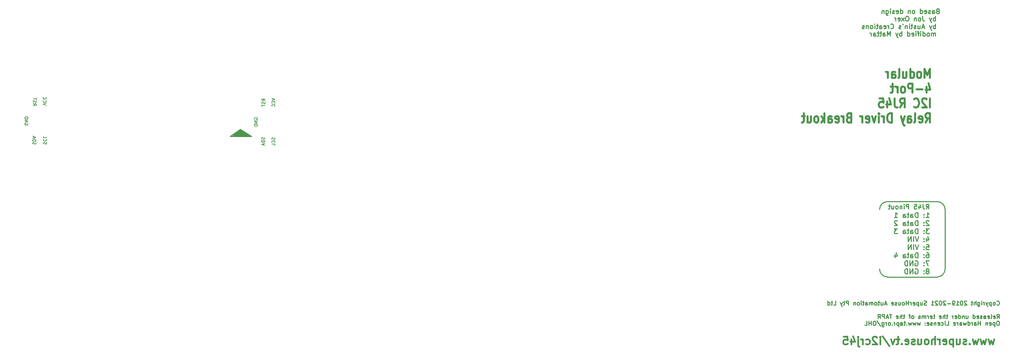
<source format=gbo>
G04 #@! TF.GenerationSoftware,KiCad,Pcbnew,(6.0.9)*
G04 #@! TF.CreationDate,2023-11-09T13:34:06+05:30*
G04 #@! TF.ProjectId,Modular-I2C-4PxRJ45-Relay-Driver,4d6f6475-6c61-4722-9d49-32432d345078,2*
G04 #@! TF.SameCoordinates,Original*
G04 #@! TF.FileFunction,Legend,Bot*
G04 #@! TF.FilePolarity,Positive*
%FSLAX46Y46*%
G04 Gerber Fmt 4.6, Leading zero omitted, Abs format (unit mm)*
G04 Created by KiCad (PCBNEW (6.0.9)) date 2023-11-09 13:34:06*
%MOMM*%
%LPD*%
G01*
G04 APERTURE LIST*
%ADD10C,0.254000*%
%ADD11C,0.406400*%
%ADD12C,0.391000*%
%ADD13C,0.476000*%
%ADD14C,0.200000*%
%ADD15C,0.240000*%
%ADD16C,0.252000*%
%ADD17C,0.215900*%
%ADD18C,0.241808*%
G04 APERTURE END LIST*
D10*
X348456014Y-74534986D02*
X348456014Y-89534986D01*
X346456014Y-91535014D02*
G75*
G03*
X348456014Y-89534986I-14J2000014D01*
G01*
X331956014Y-89534986D02*
G75*
G03*
X333956014Y-91534986I1999986J-14D01*
G01*
X173688351Y-56130800D02*
X170894351Y-54352800D01*
X173180351Y-55876800D02*
X172926351Y-55876800D01*
X169116351Y-55876800D02*
X170894351Y-54606800D01*
X348456014Y-74534986D02*
G75*
G03*
X346456014Y-72534986I-2000014J-14D01*
G01*
X168354351Y-56130800D02*
X173688351Y-56130800D01*
D11*
X170132351Y-55368800D02*
X171402351Y-55368800D01*
D10*
X170894351Y-54352800D02*
X168354351Y-56130800D01*
D11*
X171402351Y-55368800D02*
X170894351Y-55114800D01*
D10*
X333956014Y-72535014D02*
G75*
G03*
X331956014Y-74534986I-14J-1999986D01*
G01*
X346451014Y-91559986D02*
X333951014Y-91559986D01*
D11*
X172418351Y-55622800D02*
X170894351Y-54860800D01*
D10*
X170894351Y-54606800D02*
X172926351Y-55876800D01*
X172926351Y-55876800D02*
X169116351Y-55876800D01*
D11*
X170894351Y-54860800D02*
X170132351Y-55368800D01*
D10*
X333956014Y-72534986D02*
X346456014Y-72534986D01*
D11*
X169624351Y-55622800D02*
X172418351Y-55622800D01*
D12*
X360801547Y-107221428D02*
X360437928Y-108494095D01*
X360074309Y-107585047D01*
X359710690Y-108494095D01*
X359347071Y-107221428D01*
X358801642Y-107221428D02*
X358438023Y-108494095D01*
X358074404Y-107585047D01*
X357710785Y-108494095D01*
X357347166Y-107221428D01*
X356801738Y-107221428D02*
X356438119Y-108494095D01*
X356074500Y-107585047D01*
X355710880Y-108494095D01*
X355347261Y-107221428D01*
X354620023Y-108312285D02*
X354529119Y-108403190D01*
X354620023Y-108494095D01*
X354710928Y-108403190D01*
X354620023Y-108312285D01*
X354620023Y-108494095D01*
X353801880Y-108403190D02*
X353620071Y-108494095D01*
X353256452Y-108494095D01*
X353074642Y-108403190D01*
X352983738Y-108221380D01*
X352983738Y-108130476D01*
X353074642Y-107948666D01*
X353256452Y-107857761D01*
X353529166Y-107857761D01*
X353710976Y-107766857D01*
X353801880Y-107585047D01*
X353801880Y-107494142D01*
X353710976Y-107312333D01*
X353529166Y-107221428D01*
X353256452Y-107221428D01*
X353074642Y-107312333D01*
X351347452Y-107221428D02*
X351347452Y-108494095D01*
X352165595Y-107221428D02*
X352165595Y-108221380D01*
X352074690Y-108403190D01*
X351892880Y-108494095D01*
X351620166Y-108494095D01*
X351438357Y-108403190D01*
X351347452Y-108312285D01*
X350438404Y-107221428D02*
X350438404Y-109130428D01*
X350438404Y-107312333D02*
X350256595Y-107221428D01*
X349892976Y-107221428D01*
X349711166Y-107312333D01*
X349620261Y-107403238D01*
X349529357Y-107585047D01*
X349529357Y-108130476D01*
X349620261Y-108312285D01*
X349711166Y-108403190D01*
X349892976Y-108494095D01*
X350256595Y-108494095D01*
X350438404Y-108403190D01*
X347983976Y-108403190D02*
X348165785Y-108494095D01*
X348529404Y-108494095D01*
X348711214Y-108403190D01*
X348802119Y-108221380D01*
X348802119Y-107494142D01*
X348711214Y-107312333D01*
X348529404Y-107221428D01*
X348165785Y-107221428D01*
X347983976Y-107312333D01*
X347893071Y-107494142D01*
X347893071Y-107675952D01*
X348802119Y-107857761D01*
X347074928Y-108494095D02*
X347074928Y-107221428D01*
X347074928Y-107585047D02*
X346984023Y-107403238D01*
X346893119Y-107312333D01*
X346711309Y-107221428D01*
X346529500Y-107221428D01*
X345893166Y-108494095D02*
X345893166Y-106585095D01*
X345075023Y-108494095D02*
X345075023Y-107494142D01*
X345165928Y-107312333D01*
X345347738Y-107221428D01*
X345620452Y-107221428D01*
X345802261Y-107312333D01*
X345893166Y-107403238D01*
X343893261Y-108494095D02*
X344075071Y-108403190D01*
X344165976Y-108312285D01*
X344256880Y-108130476D01*
X344256880Y-107585047D01*
X344165976Y-107403238D01*
X344075071Y-107312333D01*
X343893261Y-107221428D01*
X343620547Y-107221428D01*
X343438738Y-107312333D01*
X343347833Y-107403238D01*
X343256928Y-107585047D01*
X343256928Y-108130476D01*
X343347833Y-108312285D01*
X343438738Y-108403190D01*
X343620547Y-108494095D01*
X343893261Y-108494095D01*
X341620642Y-107221428D02*
X341620642Y-108494095D01*
X342438785Y-107221428D02*
X342438785Y-108221380D01*
X342347880Y-108403190D01*
X342166071Y-108494095D01*
X341893357Y-108494095D01*
X341711547Y-108403190D01*
X341620642Y-108312285D01*
X340802500Y-108403190D02*
X340620690Y-108494095D01*
X340257071Y-108494095D01*
X340075261Y-108403190D01*
X339984357Y-108221380D01*
X339984357Y-108130476D01*
X340075261Y-107948666D01*
X340257071Y-107857761D01*
X340529785Y-107857761D01*
X340711595Y-107766857D01*
X340802500Y-107585047D01*
X340802500Y-107494142D01*
X340711595Y-107312333D01*
X340529785Y-107221428D01*
X340257071Y-107221428D01*
X340075261Y-107312333D01*
X338438976Y-108403190D02*
X338620785Y-108494095D01*
X338984404Y-108494095D01*
X339166214Y-108403190D01*
X339257119Y-108221380D01*
X339257119Y-107494142D01*
X339166214Y-107312333D01*
X338984404Y-107221428D01*
X338620785Y-107221428D01*
X338438976Y-107312333D01*
X338348071Y-107494142D01*
X338348071Y-107675952D01*
X339257119Y-107857761D01*
X337529928Y-108312285D02*
X337439023Y-108403190D01*
X337529928Y-108494095D01*
X337620833Y-108403190D01*
X337529928Y-108312285D01*
X337529928Y-108494095D01*
X336893595Y-107221428D02*
X336166357Y-107221428D01*
X336620880Y-106585095D02*
X336620880Y-108221380D01*
X336529976Y-108403190D01*
X336348166Y-108494095D01*
X336166357Y-108494095D01*
X335711833Y-107221428D02*
X335257309Y-108494095D01*
X334802785Y-107221428D01*
X332711976Y-106494190D02*
X334348261Y-108948619D01*
X332075642Y-108494095D02*
X332075642Y-107221428D01*
X332075642Y-106585095D02*
X332166547Y-106676000D01*
X332075642Y-106766904D01*
X331984738Y-106676000D01*
X332075642Y-106585095D01*
X332075642Y-106766904D01*
X331257500Y-106766904D02*
X331166595Y-106676000D01*
X330984785Y-106585095D01*
X330530261Y-106585095D01*
X330348452Y-106676000D01*
X330257547Y-106766904D01*
X330166642Y-106948714D01*
X330166642Y-107130523D01*
X330257547Y-107403238D01*
X331348404Y-108494095D01*
X330166642Y-108494095D01*
X328530357Y-108403190D02*
X328712166Y-108494095D01*
X329075785Y-108494095D01*
X329257595Y-108403190D01*
X329348500Y-108312285D01*
X329439404Y-108130476D01*
X329439404Y-107585047D01*
X329348500Y-107403238D01*
X329257595Y-107312333D01*
X329075785Y-107221428D01*
X328712166Y-107221428D01*
X328530357Y-107312333D01*
X327712214Y-108494095D02*
X327712214Y-107221428D01*
X327712214Y-107585047D02*
X327621309Y-107403238D01*
X327530404Y-107312333D01*
X327348595Y-107221428D01*
X327166785Y-107221428D01*
X326530452Y-107221428D02*
X326530452Y-108857714D01*
X326621357Y-109039523D01*
X326803166Y-109130428D01*
X326894071Y-109130428D01*
X326530452Y-106585095D02*
X326621357Y-106676000D01*
X326530452Y-106766904D01*
X326439547Y-106676000D01*
X326530452Y-106585095D01*
X326530452Y-106766904D01*
X324803261Y-107221428D02*
X324803261Y-108494095D01*
X325257785Y-106494190D02*
X325712309Y-107857761D01*
X324530547Y-107857761D01*
X322894261Y-106585095D02*
X323803309Y-106585095D01*
X323894214Y-107494142D01*
X323803309Y-107403238D01*
X323621500Y-107312333D01*
X323166976Y-107312333D01*
X322985166Y-107403238D01*
X322894261Y-107494142D01*
X322803357Y-107675952D01*
X322803357Y-108130476D01*
X322894261Y-108312285D01*
X322985166Y-108403190D01*
X323166976Y-108494095D01*
X323621500Y-108494095D01*
X323803309Y-108403190D01*
X323894214Y-108312285D01*
D13*
X344654409Y-41369413D02*
X344654409Y-39045413D01*
X343987742Y-40705413D01*
X343321076Y-39045413D01*
X343321076Y-41369413D01*
X342082980Y-41369413D02*
X342273457Y-41258746D01*
X342368695Y-41148080D01*
X342463933Y-40926746D01*
X342463933Y-40262746D01*
X342368695Y-40041413D01*
X342273457Y-39930746D01*
X342082980Y-39820080D01*
X341797266Y-39820080D01*
X341606790Y-39930746D01*
X341511552Y-40041413D01*
X341416314Y-40262746D01*
X341416314Y-40926746D01*
X341511552Y-41148080D01*
X341606790Y-41258746D01*
X341797266Y-41369413D01*
X342082980Y-41369413D01*
X339702028Y-41369413D02*
X339702028Y-39045413D01*
X339702028Y-41258746D02*
X339892504Y-41369413D01*
X340273457Y-41369413D01*
X340463933Y-41258746D01*
X340559171Y-41148080D01*
X340654409Y-40926746D01*
X340654409Y-40262746D01*
X340559171Y-40041413D01*
X340463933Y-39930746D01*
X340273457Y-39820080D01*
X339892504Y-39820080D01*
X339702028Y-39930746D01*
X337892504Y-39820080D02*
X337892504Y-41369413D01*
X338749647Y-39820080D02*
X338749647Y-41037413D01*
X338654409Y-41258746D01*
X338463933Y-41369413D01*
X338178219Y-41369413D01*
X337987742Y-41258746D01*
X337892504Y-41148080D01*
X336654409Y-41369413D02*
X336844885Y-41258746D01*
X336940123Y-41037413D01*
X336940123Y-39045413D01*
X335035361Y-41369413D02*
X335035361Y-40152080D01*
X335130600Y-39930746D01*
X335321076Y-39820080D01*
X335702028Y-39820080D01*
X335892504Y-39930746D01*
X335035361Y-41258746D02*
X335225838Y-41369413D01*
X335702028Y-41369413D01*
X335892504Y-41258746D01*
X335987742Y-41037413D01*
X335987742Y-40816080D01*
X335892504Y-40594746D01*
X335702028Y-40484080D01*
X335225838Y-40484080D01*
X335035361Y-40373413D01*
X334082980Y-41369413D02*
X334082980Y-39820080D01*
X334082980Y-40262746D02*
X333987742Y-40041413D01*
X333892504Y-39930746D01*
X333702028Y-39820080D01*
X333511552Y-39820080D01*
X343797266Y-43561720D02*
X343797266Y-45111053D01*
X344273457Y-42676386D02*
X344749647Y-44336386D01*
X343511552Y-44336386D01*
X342749647Y-44225720D02*
X341225838Y-44225720D01*
X340273457Y-45111053D02*
X340273457Y-42787053D01*
X339511552Y-42787053D01*
X339321076Y-42897720D01*
X339225838Y-43008386D01*
X339130600Y-43229720D01*
X339130600Y-43561720D01*
X339225838Y-43783053D01*
X339321076Y-43893720D01*
X339511552Y-44004386D01*
X340273457Y-44004386D01*
X337987742Y-45111053D02*
X338178219Y-45000386D01*
X338273457Y-44889720D01*
X338368695Y-44668386D01*
X338368695Y-44004386D01*
X338273457Y-43783053D01*
X338178219Y-43672386D01*
X337987742Y-43561720D01*
X337702028Y-43561720D01*
X337511552Y-43672386D01*
X337416314Y-43783053D01*
X337321076Y-44004386D01*
X337321076Y-44668386D01*
X337416314Y-44889720D01*
X337511552Y-45000386D01*
X337702028Y-45111053D01*
X337987742Y-45111053D01*
X336463933Y-45111053D02*
X336463933Y-43561720D01*
X336463933Y-44004386D02*
X336368695Y-43783053D01*
X336273457Y-43672386D01*
X336082980Y-43561720D01*
X335892504Y-43561720D01*
X335511552Y-43561720D02*
X334749647Y-43561720D01*
X335225838Y-42787053D02*
X335225838Y-44779053D01*
X335130600Y-45000386D01*
X334940123Y-45111053D01*
X334749647Y-45111053D01*
X344654409Y-48852693D02*
X344654409Y-46528693D01*
X343797266Y-46750026D02*
X343702028Y-46639360D01*
X343511552Y-46528693D01*
X343035361Y-46528693D01*
X342844885Y-46639360D01*
X342749647Y-46750026D01*
X342654409Y-46971360D01*
X342654409Y-47192693D01*
X342749647Y-47524693D01*
X343892504Y-48852693D01*
X342654409Y-48852693D01*
X340654409Y-48631360D02*
X340749647Y-48742026D01*
X341035361Y-48852693D01*
X341225838Y-48852693D01*
X341511552Y-48742026D01*
X341702028Y-48520693D01*
X341797266Y-48299360D01*
X341892504Y-47856693D01*
X341892504Y-47524693D01*
X341797266Y-47082026D01*
X341702028Y-46860693D01*
X341511552Y-46639360D01*
X341225838Y-46528693D01*
X341035361Y-46528693D01*
X340749647Y-46639360D01*
X340654409Y-46750026D01*
X337130600Y-48852693D02*
X337797266Y-47746026D01*
X338273457Y-48852693D02*
X338273457Y-46528693D01*
X337511552Y-46528693D01*
X337321076Y-46639360D01*
X337225838Y-46750026D01*
X337130600Y-46971360D01*
X337130600Y-47303360D01*
X337225838Y-47524693D01*
X337321076Y-47635360D01*
X337511552Y-47746026D01*
X338273457Y-47746026D01*
X335702028Y-46528693D02*
X335702028Y-48188693D01*
X335797266Y-48520693D01*
X335987742Y-48742026D01*
X336273457Y-48852693D01*
X336463933Y-48852693D01*
X333892504Y-47303360D02*
X333892504Y-48852693D01*
X334368695Y-46418026D02*
X334844885Y-48078026D01*
X333606790Y-48078026D01*
X331892504Y-46528693D02*
X332844885Y-46528693D01*
X332940123Y-47635360D01*
X332844885Y-47524693D01*
X332654409Y-47414026D01*
X332178219Y-47414026D01*
X331987742Y-47524693D01*
X331892504Y-47635360D01*
X331797266Y-47856693D01*
X331797266Y-48410026D01*
X331892504Y-48631360D01*
X331987742Y-48742026D01*
X332178219Y-48852693D01*
X332654409Y-48852693D01*
X332844885Y-48742026D01*
X332940123Y-48631360D01*
X343511552Y-52594333D02*
X344178219Y-51487666D01*
X344654409Y-52594333D02*
X344654409Y-50270333D01*
X343892504Y-50270333D01*
X343702028Y-50381000D01*
X343606790Y-50491666D01*
X343511552Y-50713000D01*
X343511552Y-51045000D01*
X343606790Y-51266333D01*
X343702028Y-51377000D01*
X343892504Y-51487666D01*
X344654409Y-51487666D01*
X341892504Y-52483666D02*
X342082980Y-52594333D01*
X342463933Y-52594333D01*
X342654409Y-52483666D01*
X342749647Y-52262333D01*
X342749647Y-51377000D01*
X342654409Y-51155666D01*
X342463933Y-51045000D01*
X342082980Y-51045000D01*
X341892504Y-51155666D01*
X341797266Y-51377000D01*
X341797266Y-51598333D01*
X342749647Y-51819666D01*
X340654409Y-52594333D02*
X340844885Y-52483666D01*
X340940123Y-52262333D01*
X340940123Y-50270333D01*
X339035361Y-52594333D02*
X339035361Y-51377000D01*
X339130600Y-51155666D01*
X339321076Y-51045000D01*
X339702028Y-51045000D01*
X339892504Y-51155666D01*
X339035361Y-52483666D02*
X339225838Y-52594333D01*
X339702028Y-52594333D01*
X339892504Y-52483666D01*
X339987742Y-52262333D01*
X339987742Y-52041000D01*
X339892504Y-51819666D01*
X339702028Y-51709000D01*
X339225838Y-51709000D01*
X339035361Y-51598333D01*
X338273457Y-51045000D02*
X337797266Y-52594333D01*
X337321076Y-51045000D02*
X337797266Y-52594333D01*
X337987742Y-53147666D01*
X338082980Y-53258333D01*
X338273457Y-53369000D01*
X335035361Y-52594333D02*
X335035361Y-50270333D01*
X334559171Y-50270333D01*
X334273457Y-50381000D01*
X334082980Y-50602333D01*
X333987742Y-50823666D01*
X333892504Y-51266333D01*
X333892504Y-51598333D01*
X333987742Y-52041000D01*
X334082980Y-52262333D01*
X334273457Y-52483666D01*
X334559171Y-52594333D01*
X335035361Y-52594333D01*
X333035361Y-52594333D02*
X333035361Y-51045000D01*
X333035361Y-51487666D02*
X332940123Y-51266333D01*
X332844885Y-51155666D01*
X332654409Y-51045000D01*
X332463933Y-51045000D01*
X331797266Y-52594333D02*
X331797266Y-51045000D01*
X331797266Y-50270333D02*
X331892504Y-50381000D01*
X331797266Y-50491666D01*
X331702028Y-50381000D01*
X331797266Y-50270333D01*
X331797266Y-50491666D01*
X331035361Y-51045000D02*
X330559171Y-52594333D01*
X330082980Y-51045000D01*
X328559171Y-52483666D02*
X328749647Y-52594333D01*
X329130600Y-52594333D01*
X329321076Y-52483666D01*
X329416314Y-52262333D01*
X329416314Y-51377000D01*
X329321076Y-51155666D01*
X329130600Y-51045000D01*
X328749647Y-51045000D01*
X328559171Y-51155666D01*
X328463933Y-51377000D01*
X328463933Y-51598333D01*
X329416314Y-51819666D01*
X327606790Y-52594333D02*
X327606790Y-51045000D01*
X327606790Y-51487666D02*
X327511552Y-51266333D01*
X327416314Y-51155666D01*
X327225838Y-51045000D01*
X327035361Y-51045000D01*
X324178219Y-51377000D02*
X323892504Y-51487666D01*
X323797266Y-51598333D01*
X323702028Y-51819666D01*
X323702028Y-52151666D01*
X323797266Y-52373000D01*
X323892504Y-52483666D01*
X324082980Y-52594333D01*
X324844885Y-52594333D01*
X324844885Y-50270333D01*
X324178219Y-50270333D01*
X323987742Y-50381000D01*
X323892504Y-50491666D01*
X323797266Y-50713000D01*
X323797266Y-50934333D01*
X323892504Y-51155666D01*
X323987742Y-51266333D01*
X324178219Y-51377000D01*
X324844885Y-51377000D01*
X322844885Y-52594333D02*
X322844885Y-51045000D01*
X322844885Y-51487666D02*
X322749647Y-51266333D01*
X322654409Y-51155666D01*
X322463933Y-51045000D01*
X322273457Y-51045000D01*
X320844885Y-52483666D02*
X321035361Y-52594333D01*
X321416314Y-52594333D01*
X321606790Y-52483666D01*
X321702028Y-52262333D01*
X321702028Y-51377000D01*
X321606790Y-51155666D01*
X321416314Y-51045000D01*
X321035361Y-51045000D01*
X320844885Y-51155666D01*
X320749647Y-51377000D01*
X320749647Y-51598333D01*
X321702028Y-51819666D01*
X319035361Y-52594333D02*
X319035361Y-51377000D01*
X319130600Y-51155666D01*
X319321076Y-51045000D01*
X319702028Y-51045000D01*
X319892504Y-51155666D01*
X319035361Y-52483666D02*
X319225838Y-52594333D01*
X319702028Y-52594333D01*
X319892504Y-52483666D01*
X319987742Y-52262333D01*
X319987742Y-52041000D01*
X319892504Y-51819666D01*
X319702028Y-51709000D01*
X319225838Y-51709000D01*
X319035361Y-51598333D01*
X318082980Y-52594333D02*
X318082980Y-50270333D01*
X317892504Y-51709000D02*
X317321076Y-52594333D01*
X317321076Y-51045000D02*
X318082980Y-51930333D01*
X316178219Y-52594333D02*
X316368695Y-52483666D01*
X316463933Y-52373000D01*
X316559171Y-52151666D01*
X316559171Y-51487666D01*
X316463933Y-51266333D01*
X316368695Y-51155666D01*
X316178219Y-51045000D01*
X315892504Y-51045000D01*
X315702028Y-51155666D01*
X315606790Y-51266333D01*
X315511552Y-51487666D01*
X315511552Y-52151666D01*
X315606790Y-52373000D01*
X315702028Y-52483666D01*
X315892504Y-52594333D01*
X316178219Y-52594333D01*
X313797266Y-51045000D02*
X313797266Y-52594333D01*
X314654409Y-51045000D02*
X314654409Y-52262333D01*
X314559171Y-52483666D01*
X314368695Y-52594333D01*
X314082980Y-52594333D01*
X313892504Y-52483666D01*
X313797266Y-52373000D01*
X313130600Y-51045000D02*
X312368695Y-51045000D01*
X312844885Y-50270333D02*
X312844885Y-52262333D01*
X312749647Y-52483666D01*
X312559171Y-52594333D01*
X312368695Y-52594333D01*
D14*
X122005095Y-48263666D02*
X121205095Y-47997000D01*
X122005095Y-47730333D01*
X121281285Y-47006523D02*
X121243190Y-47044619D01*
X121205095Y-47158904D01*
X121205095Y-47235095D01*
X121243190Y-47349380D01*
X121319380Y-47425571D01*
X121395571Y-47463666D01*
X121547952Y-47501761D01*
X121662238Y-47501761D01*
X121814619Y-47463666D01*
X121890809Y-47425571D01*
X121967000Y-47349380D01*
X122005095Y-47235095D01*
X122005095Y-47158904D01*
X121967000Y-47044619D01*
X121928904Y-47006523D01*
X121281285Y-46206523D02*
X121243190Y-46244619D01*
X121205095Y-46358904D01*
X121205095Y-46435095D01*
X121243190Y-46549380D01*
X121319380Y-46625571D01*
X121395571Y-46663666D01*
X121547952Y-46701761D01*
X121662238Y-46701761D01*
X121814619Y-46663666D01*
X121890809Y-46625571D01*
X121967000Y-46549380D01*
X122005095Y-46435095D01*
X122005095Y-46358904D01*
X121967000Y-46244619D01*
X121928904Y-46206523D01*
X118705095Y-47835095D02*
X119086047Y-48101761D01*
X118705095Y-48292238D02*
X119505095Y-48292238D01*
X119505095Y-47987476D01*
X119467000Y-47911285D01*
X119428904Y-47873190D01*
X119352714Y-47835095D01*
X119238428Y-47835095D01*
X119162238Y-47873190D01*
X119124142Y-47911285D01*
X119086047Y-47987476D01*
X119086047Y-48292238D01*
X118743190Y-47530333D02*
X118705095Y-47416047D01*
X118705095Y-47225571D01*
X118743190Y-47149380D01*
X118781285Y-47111285D01*
X118857476Y-47073190D01*
X118933666Y-47073190D01*
X119009857Y-47111285D01*
X119047952Y-47149380D01*
X119086047Y-47225571D01*
X119124142Y-47377952D01*
X119162238Y-47454142D01*
X119200333Y-47492238D01*
X119276523Y-47530333D01*
X119352714Y-47530333D01*
X119428904Y-47492238D01*
X119467000Y-47454142D01*
X119505095Y-47377952D01*
X119505095Y-47187476D01*
X119467000Y-47073190D01*
X119505095Y-46844619D02*
X119505095Y-46387476D01*
X118705095Y-46616047D02*
X119505095Y-46616047D01*
X177140904Y-47112904D02*
X176759952Y-46846238D01*
X177140904Y-46655761D02*
X176340904Y-46655761D01*
X176340904Y-46960523D01*
X176379000Y-47036714D01*
X176417095Y-47074809D01*
X176493285Y-47112904D01*
X176607571Y-47112904D01*
X176683761Y-47074809D01*
X176721857Y-47036714D01*
X176759952Y-46960523D01*
X176759952Y-46655761D01*
X177102809Y-47417666D02*
X177140904Y-47531952D01*
X177140904Y-47722428D01*
X177102809Y-47798619D01*
X177064714Y-47836714D01*
X176988523Y-47874809D01*
X176912333Y-47874809D01*
X176836142Y-47836714D01*
X176798047Y-47798619D01*
X176759952Y-47722428D01*
X176721857Y-47570047D01*
X176683761Y-47493857D01*
X176645666Y-47455761D01*
X176569476Y-47417666D01*
X176493285Y-47417666D01*
X176417095Y-47455761D01*
X176379000Y-47493857D01*
X176340904Y-47570047D01*
X176340904Y-47760523D01*
X176379000Y-47874809D01*
X176340904Y-48103380D02*
X176340904Y-48560523D01*
X177140904Y-48331952D02*
X176340904Y-48331952D01*
D15*
X343657014Y-76537786D02*
X344377014Y-76537786D01*
X344017014Y-76537786D02*
X344017014Y-75277786D01*
X344137014Y-75457786D01*
X344257014Y-75577786D01*
X344377014Y-75637786D01*
X343117014Y-76417786D02*
X343057014Y-76477786D01*
X343117014Y-76537786D01*
X343177014Y-76477786D01*
X343117014Y-76417786D01*
X343117014Y-76537786D01*
X343117014Y-75757786D02*
X343057014Y-75817786D01*
X343117014Y-75877786D01*
X343177014Y-75817786D01*
X343117014Y-75757786D01*
X343117014Y-75877786D01*
X341557014Y-76537786D02*
X341557014Y-75277786D01*
X341257014Y-75277786D01*
X341077014Y-75337786D01*
X340957014Y-75457786D01*
X340897014Y-75577786D01*
X340837014Y-75817786D01*
X340837014Y-75997786D01*
X340897014Y-76237786D01*
X340957014Y-76357786D01*
X341077014Y-76477786D01*
X341257014Y-76537786D01*
X341557014Y-76537786D01*
X339757014Y-76537786D02*
X339757014Y-75877786D01*
X339817014Y-75757786D01*
X339937014Y-75697786D01*
X340177014Y-75697786D01*
X340297014Y-75757786D01*
X339757014Y-76477786D02*
X339877014Y-76537786D01*
X340177014Y-76537786D01*
X340297014Y-76477786D01*
X340357014Y-76357786D01*
X340357014Y-76237786D01*
X340297014Y-76117786D01*
X340177014Y-76057786D01*
X339877014Y-76057786D01*
X339757014Y-75997786D01*
X339337014Y-75697786D02*
X338857014Y-75697786D01*
X339157014Y-75277786D02*
X339157014Y-76357786D01*
X339097014Y-76477786D01*
X338977014Y-76537786D01*
X338857014Y-76537786D01*
X337897014Y-76537786D02*
X337897014Y-75877786D01*
X337957014Y-75757786D01*
X338077014Y-75697786D01*
X338317014Y-75697786D01*
X338437014Y-75757786D01*
X337897014Y-76477786D02*
X338017014Y-76537786D01*
X338317014Y-76537786D01*
X338437014Y-76477786D01*
X338497014Y-76357786D01*
X338497014Y-76237786D01*
X338437014Y-76117786D01*
X338317014Y-76057786D01*
X338017014Y-76057786D01*
X337897014Y-75997786D01*
X335677014Y-76537786D02*
X336397014Y-76537786D01*
X336037014Y-76537786D02*
X336037014Y-75277786D01*
X336157014Y-75457786D01*
X336277014Y-75577786D01*
X336397014Y-75637786D01*
X344377014Y-77426386D02*
X344317014Y-77366386D01*
X344197014Y-77306386D01*
X343897014Y-77306386D01*
X343777014Y-77366386D01*
X343717014Y-77426386D01*
X343657014Y-77546386D01*
X343657014Y-77666386D01*
X343717014Y-77846386D01*
X344437014Y-78566386D01*
X343657014Y-78566386D01*
X343117014Y-78446386D02*
X343057014Y-78506386D01*
X343117014Y-78566386D01*
X343177014Y-78506386D01*
X343117014Y-78446386D01*
X343117014Y-78566386D01*
X343117014Y-77786386D02*
X343057014Y-77846386D01*
X343117014Y-77906386D01*
X343177014Y-77846386D01*
X343117014Y-77786386D01*
X343117014Y-77906386D01*
X341557014Y-78566386D02*
X341557014Y-77306386D01*
X341257014Y-77306386D01*
X341077014Y-77366386D01*
X340957014Y-77486386D01*
X340897014Y-77606386D01*
X340837014Y-77846386D01*
X340837014Y-78026386D01*
X340897014Y-78266386D01*
X340957014Y-78386386D01*
X341077014Y-78506386D01*
X341257014Y-78566386D01*
X341557014Y-78566386D01*
X339757014Y-78566386D02*
X339757014Y-77906386D01*
X339817014Y-77786386D01*
X339937014Y-77726386D01*
X340177014Y-77726386D01*
X340297014Y-77786386D01*
X339757014Y-78506386D02*
X339877014Y-78566386D01*
X340177014Y-78566386D01*
X340297014Y-78506386D01*
X340357014Y-78386386D01*
X340357014Y-78266386D01*
X340297014Y-78146386D01*
X340177014Y-78086386D01*
X339877014Y-78086386D01*
X339757014Y-78026386D01*
X339337014Y-77726386D02*
X338857014Y-77726386D01*
X339157014Y-77306386D02*
X339157014Y-78386386D01*
X339097014Y-78506386D01*
X338977014Y-78566386D01*
X338857014Y-78566386D01*
X337897014Y-78566386D02*
X337897014Y-77906386D01*
X337957014Y-77786386D01*
X338077014Y-77726386D01*
X338317014Y-77726386D01*
X338437014Y-77786386D01*
X337897014Y-78506386D02*
X338017014Y-78566386D01*
X338317014Y-78566386D01*
X338437014Y-78506386D01*
X338497014Y-78386386D01*
X338497014Y-78266386D01*
X338437014Y-78146386D01*
X338317014Y-78086386D01*
X338017014Y-78086386D01*
X337897014Y-78026386D01*
X336397014Y-77426386D02*
X336337014Y-77366386D01*
X336217014Y-77306386D01*
X335917014Y-77306386D01*
X335797014Y-77366386D01*
X335737014Y-77426386D01*
X335677014Y-77546386D01*
X335677014Y-77666386D01*
X335737014Y-77846386D01*
X336457014Y-78566386D01*
X335677014Y-78566386D01*
X344437014Y-79334986D02*
X343657014Y-79334986D01*
X344077014Y-79814986D01*
X343897014Y-79814986D01*
X343777014Y-79874986D01*
X343717014Y-79934986D01*
X343657014Y-80054986D01*
X343657014Y-80354986D01*
X343717014Y-80474986D01*
X343777014Y-80534986D01*
X343897014Y-80594986D01*
X344257014Y-80594986D01*
X344377014Y-80534986D01*
X344437014Y-80474986D01*
X343117014Y-80474986D02*
X343057014Y-80534986D01*
X343117014Y-80594986D01*
X343177014Y-80534986D01*
X343117014Y-80474986D01*
X343117014Y-80594986D01*
X343117014Y-79814986D02*
X343057014Y-79874986D01*
X343117014Y-79934986D01*
X343177014Y-79874986D01*
X343117014Y-79814986D01*
X343117014Y-79934986D01*
X341557014Y-80594986D02*
X341557014Y-79334986D01*
X341257014Y-79334986D01*
X341077014Y-79394986D01*
X340957014Y-79514986D01*
X340897014Y-79634986D01*
X340837014Y-79874986D01*
X340837014Y-80054986D01*
X340897014Y-80294986D01*
X340957014Y-80414986D01*
X341077014Y-80534986D01*
X341257014Y-80594986D01*
X341557014Y-80594986D01*
X339757014Y-80594986D02*
X339757014Y-79934986D01*
X339817014Y-79814986D01*
X339937014Y-79754986D01*
X340177014Y-79754986D01*
X340297014Y-79814986D01*
X339757014Y-80534986D02*
X339877014Y-80594986D01*
X340177014Y-80594986D01*
X340297014Y-80534986D01*
X340357014Y-80414986D01*
X340357014Y-80294986D01*
X340297014Y-80174986D01*
X340177014Y-80114986D01*
X339877014Y-80114986D01*
X339757014Y-80054986D01*
X339337014Y-79754986D02*
X338857014Y-79754986D01*
X339157014Y-79334986D02*
X339157014Y-80414986D01*
X339097014Y-80534986D01*
X338977014Y-80594986D01*
X338857014Y-80594986D01*
X337897014Y-80594986D02*
X337897014Y-79934986D01*
X337957014Y-79814986D01*
X338077014Y-79754986D01*
X338317014Y-79754986D01*
X338437014Y-79814986D01*
X337897014Y-80534986D02*
X338017014Y-80594986D01*
X338317014Y-80594986D01*
X338437014Y-80534986D01*
X338497014Y-80414986D01*
X338497014Y-80294986D01*
X338437014Y-80174986D01*
X338317014Y-80114986D01*
X338017014Y-80114986D01*
X337897014Y-80054986D01*
X336457014Y-79334986D02*
X335677014Y-79334986D01*
X336097014Y-79814986D01*
X335917014Y-79814986D01*
X335797014Y-79874986D01*
X335737014Y-79934986D01*
X335677014Y-80054986D01*
X335677014Y-80354986D01*
X335737014Y-80474986D01*
X335797014Y-80534986D01*
X335917014Y-80594986D01*
X336277014Y-80594986D01*
X336397014Y-80534986D01*
X336457014Y-80474986D01*
X343777014Y-81783586D02*
X343777014Y-82623586D01*
X344077014Y-81303586D02*
X344377014Y-82203586D01*
X343597014Y-82203586D01*
X343117014Y-82503586D02*
X343057014Y-82563586D01*
X343117014Y-82623586D01*
X343177014Y-82563586D01*
X343117014Y-82503586D01*
X343117014Y-82623586D01*
X343117014Y-81843586D02*
X343057014Y-81903586D01*
X343117014Y-81963586D01*
X343177014Y-81903586D01*
X343117014Y-81843586D01*
X343117014Y-81963586D01*
X341737014Y-81363586D02*
X341317014Y-82623586D01*
X340897014Y-81363586D01*
X340477014Y-82623586D02*
X340477014Y-81363586D01*
X339877014Y-82623586D02*
X339877014Y-81363586D01*
X339157014Y-82623586D01*
X339157014Y-81363586D01*
X343717014Y-83392186D02*
X344317014Y-83392186D01*
X344377014Y-83992186D01*
X344317014Y-83932186D01*
X344197014Y-83872186D01*
X343897014Y-83872186D01*
X343777014Y-83932186D01*
X343717014Y-83992186D01*
X343657014Y-84112186D01*
X343657014Y-84412186D01*
X343717014Y-84532186D01*
X343777014Y-84592186D01*
X343897014Y-84652186D01*
X344197014Y-84652186D01*
X344317014Y-84592186D01*
X344377014Y-84532186D01*
X343117014Y-84532186D02*
X343057014Y-84592186D01*
X343117014Y-84652186D01*
X343177014Y-84592186D01*
X343117014Y-84532186D01*
X343117014Y-84652186D01*
X343117014Y-83872186D02*
X343057014Y-83932186D01*
X343117014Y-83992186D01*
X343177014Y-83932186D01*
X343117014Y-83872186D01*
X343117014Y-83992186D01*
X341737014Y-83392186D02*
X341317014Y-84652186D01*
X340897014Y-83392186D01*
X340477014Y-84652186D02*
X340477014Y-83392186D01*
X339877014Y-84652186D02*
X339877014Y-83392186D01*
X339157014Y-84652186D01*
X339157014Y-83392186D01*
X343777014Y-85420786D02*
X344017014Y-85420786D01*
X344137014Y-85480786D01*
X344197014Y-85540786D01*
X344317014Y-85720786D01*
X344377014Y-85960786D01*
X344377014Y-86440786D01*
X344317014Y-86560786D01*
X344257014Y-86620786D01*
X344137014Y-86680786D01*
X343897014Y-86680786D01*
X343777014Y-86620786D01*
X343717014Y-86560786D01*
X343657014Y-86440786D01*
X343657014Y-86140786D01*
X343717014Y-86020786D01*
X343777014Y-85960786D01*
X343897014Y-85900786D01*
X344137014Y-85900786D01*
X344257014Y-85960786D01*
X344317014Y-86020786D01*
X344377014Y-86140786D01*
X343117014Y-86560786D02*
X343057014Y-86620786D01*
X343117014Y-86680786D01*
X343177014Y-86620786D01*
X343117014Y-86560786D01*
X343117014Y-86680786D01*
X343117014Y-85900786D02*
X343057014Y-85960786D01*
X343117014Y-86020786D01*
X343177014Y-85960786D01*
X343117014Y-85900786D01*
X343117014Y-86020786D01*
X341557014Y-86680786D02*
X341557014Y-85420786D01*
X341257014Y-85420786D01*
X341077014Y-85480786D01*
X340957014Y-85600786D01*
X340897014Y-85720786D01*
X340837014Y-85960786D01*
X340837014Y-86140786D01*
X340897014Y-86380786D01*
X340957014Y-86500786D01*
X341077014Y-86620786D01*
X341257014Y-86680786D01*
X341557014Y-86680786D01*
X339757014Y-86680786D02*
X339757014Y-86020786D01*
X339817014Y-85900786D01*
X339937014Y-85840786D01*
X340177014Y-85840786D01*
X340297014Y-85900786D01*
X339757014Y-86620786D02*
X339877014Y-86680786D01*
X340177014Y-86680786D01*
X340297014Y-86620786D01*
X340357014Y-86500786D01*
X340357014Y-86380786D01*
X340297014Y-86260786D01*
X340177014Y-86200786D01*
X339877014Y-86200786D01*
X339757014Y-86140786D01*
X339337014Y-85840786D02*
X338857014Y-85840786D01*
X339157014Y-85420786D02*
X339157014Y-86500786D01*
X339097014Y-86620786D01*
X338977014Y-86680786D01*
X338857014Y-86680786D01*
X337897014Y-86680786D02*
X337897014Y-86020786D01*
X337957014Y-85900786D01*
X338077014Y-85840786D01*
X338317014Y-85840786D01*
X338437014Y-85900786D01*
X337897014Y-86620786D02*
X338017014Y-86680786D01*
X338317014Y-86680786D01*
X338437014Y-86620786D01*
X338497014Y-86500786D01*
X338497014Y-86380786D01*
X338437014Y-86260786D01*
X338317014Y-86200786D01*
X338017014Y-86200786D01*
X337897014Y-86140786D01*
X335797014Y-85840786D02*
X335797014Y-86680786D01*
X336097014Y-85360786D02*
X336397014Y-86260786D01*
X335617014Y-86260786D01*
X344437014Y-87449386D02*
X343597014Y-87449386D01*
X344137014Y-88709386D01*
X343117014Y-88589386D02*
X343057014Y-88649386D01*
X343117014Y-88709386D01*
X343177014Y-88649386D01*
X343117014Y-88589386D01*
X343117014Y-88709386D01*
X343117014Y-87929386D02*
X343057014Y-87989386D01*
X343117014Y-88049386D01*
X343177014Y-87989386D01*
X343117014Y-87929386D01*
X343117014Y-88049386D01*
X340897014Y-87509386D02*
X341017014Y-87449386D01*
X341197014Y-87449386D01*
X341377014Y-87509386D01*
X341497014Y-87629386D01*
X341557014Y-87749386D01*
X341617014Y-87989386D01*
X341617014Y-88169386D01*
X341557014Y-88409386D01*
X341497014Y-88529386D01*
X341377014Y-88649386D01*
X341197014Y-88709386D01*
X341077014Y-88709386D01*
X340897014Y-88649386D01*
X340837014Y-88589386D01*
X340837014Y-88169386D01*
X341077014Y-88169386D01*
X340297014Y-88709386D02*
X340297014Y-87449386D01*
X339577014Y-88709386D01*
X339577014Y-87449386D01*
X338977014Y-88709386D02*
X338977014Y-87449386D01*
X338677014Y-87449386D01*
X338497014Y-87509386D01*
X338377014Y-87629386D01*
X338317014Y-87749386D01*
X338257014Y-87989386D01*
X338257014Y-88169386D01*
X338317014Y-88409386D01*
X338377014Y-88529386D01*
X338497014Y-88649386D01*
X338677014Y-88709386D01*
X338977014Y-88709386D01*
X344137014Y-90017986D02*
X344257014Y-89957986D01*
X344317014Y-89897986D01*
X344377014Y-89777986D01*
X344377014Y-89717986D01*
X344317014Y-89597986D01*
X344257014Y-89537986D01*
X344137014Y-89477986D01*
X343897014Y-89477986D01*
X343777014Y-89537986D01*
X343717014Y-89597986D01*
X343657014Y-89717986D01*
X343657014Y-89777986D01*
X343717014Y-89897986D01*
X343777014Y-89957986D01*
X343897014Y-90017986D01*
X344137014Y-90017986D01*
X344257014Y-90077986D01*
X344317014Y-90137986D01*
X344377014Y-90257986D01*
X344377014Y-90497986D01*
X344317014Y-90617986D01*
X344257014Y-90677986D01*
X344137014Y-90737986D01*
X343897014Y-90737986D01*
X343777014Y-90677986D01*
X343717014Y-90617986D01*
X343657014Y-90497986D01*
X343657014Y-90257986D01*
X343717014Y-90137986D01*
X343777014Y-90077986D01*
X343897014Y-90017986D01*
X343117014Y-90617986D02*
X343057014Y-90677986D01*
X343117014Y-90737986D01*
X343177014Y-90677986D01*
X343117014Y-90617986D01*
X343117014Y-90737986D01*
X343117014Y-89957986D02*
X343057014Y-90017986D01*
X343117014Y-90077986D01*
X343177014Y-90017986D01*
X343117014Y-89957986D01*
X343117014Y-90077986D01*
X340897014Y-89537986D02*
X341017014Y-89477986D01*
X341197014Y-89477986D01*
X341377014Y-89537986D01*
X341497014Y-89657986D01*
X341557014Y-89777986D01*
X341617014Y-90017986D01*
X341617014Y-90197986D01*
X341557014Y-90437986D01*
X341497014Y-90557986D01*
X341377014Y-90677986D01*
X341197014Y-90737986D01*
X341077014Y-90737986D01*
X340897014Y-90677986D01*
X340837014Y-90617986D01*
X340837014Y-90197986D01*
X341077014Y-90197986D01*
X340297014Y-90737986D02*
X340297014Y-89477986D01*
X339577014Y-90737986D01*
X339577014Y-89477986D01*
X338977014Y-90737986D02*
X338977014Y-89477986D01*
X338677014Y-89477986D01*
X338497014Y-89537986D01*
X338377014Y-89657986D01*
X338317014Y-89777986D01*
X338257014Y-90017986D01*
X338257014Y-90197986D01*
X338317014Y-90437986D01*
X338377014Y-90557986D01*
X338497014Y-90677986D01*
X338677014Y-90737986D01*
X338977014Y-90737986D01*
D14*
X117367000Y-52806523D02*
X117405095Y-52882714D01*
X117405095Y-52997000D01*
X117367000Y-53111285D01*
X117290809Y-53187476D01*
X117214619Y-53225571D01*
X117062238Y-53263666D01*
X116947952Y-53263666D01*
X116795571Y-53225571D01*
X116719380Y-53187476D01*
X116643190Y-53111285D01*
X116605095Y-52997000D01*
X116605095Y-52920809D01*
X116643190Y-52806523D01*
X116681285Y-52768428D01*
X116947952Y-52768428D01*
X116947952Y-52920809D01*
X116605095Y-52425571D02*
X117405095Y-52425571D01*
X116605095Y-51968428D01*
X117405095Y-51968428D01*
X116605095Y-51587476D02*
X117405095Y-51587476D01*
X117405095Y-51397000D01*
X117367000Y-51282714D01*
X117290809Y-51206523D01*
X117214619Y-51168428D01*
X117062238Y-51130333D01*
X116947952Y-51130333D01*
X116795571Y-51168428D01*
X116719380Y-51206523D01*
X116643190Y-51282714D01*
X116605095Y-51397000D01*
X116605095Y-51587476D01*
X118643190Y-58068428D02*
X118605095Y-57954142D01*
X118605095Y-57763666D01*
X118643190Y-57687476D01*
X118681285Y-57649380D01*
X118757476Y-57611285D01*
X118833666Y-57611285D01*
X118909857Y-57649380D01*
X118947952Y-57687476D01*
X118986047Y-57763666D01*
X119024142Y-57916047D01*
X119062238Y-57992238D01*
X119100333Y-58030333D01*
X119176523Y-58068428D01*
X119252714Y-58068428D01*
X119328904Y-58030333D01*
X119367000Y-57992238D01*
X119405095Y-57916047D01*
X119405095Y-57725571D01*
X119367000Y-57611285D01*
X118605095Y-57268428D02*
X119405095Y-57268428D01*
X119405095Y-57077952D01*
X119367000Y-56963666D01*
X119290809Y-56887476D01*
X119214619Y-56849380D01*
X119062238Y-56811285D01*
X118947952Y-56811285D01*
X118795571Y-56849380D01*
X118719380Y-56887476D01*
X118643190Y-56963666D01*
X118605095Y-57077952D01*
X118605095Y-57268428D01*
X118833666Y-56506523D02*
X118833666Y-56125571D01*
X118605095Y-56582714D02*
X119405095Y-56316047D01*
X118605095Y-56049380D01*
D16*
X343679880Y-74360319D02*
X344062547Y-73813652D01*
X344335880Y-74360319D02*
X344335880Y-73212319D01*
X343898547Y-73212319D01*
X343789214Y-73266986D01*
X343734547Y-73321652D01*
X343679880Y-73430986D01*
X343679880Y-73594986D01*
X343734547Y-73704319D01*
X343789214Y-73758986D01*
X343898547Y-73813652D01*
X344335880Y-73813652D01*
X342859880Y-73212319D02*
X342859880Y-74032319D01*
X342914547Y-74196319D01*
X343023880Y-74305652D01*
X343187880Y-74360319D01*
X343297214Y-74360319D01*
X341821214Y-73594986D02*
X341821214Y-74360319D01*
X342094547Y-73157652D02*
X342367880Y-73977652D01*
X341657214Y-73977652D01*
X340673214Y-73212319D02*
X341219880Y-73212319D01*
X341274547Y-73758986D01*
X341219880Y-73704319D01*
X341110547Y-73649652D01*
X340837214Y-73649652D01*
X340727880Y-73704319D01*
X340673214Y-73758986D01*
X340618547Y-73868319D01*
X340618547Y-74141652D01*
X340673214Y-74250986D01*
X340727880Y-74305652D01*
X340837214Y-74360319D01*
X341110547Y-74360319D01*
X341219880Y-74305652D01*
X341274547Y-74250986D01*
X339251880Y-74360319D02*
X339251880Y-73212319D01*
X338814547Y-73212319D01*
X338705214Y-73266986D01*
X338650547Y-73321652D01*
X338595880Y-73430986D01*
X338595880Y-73594986D01*
X338650547Y-73704319D01*
X338705214Y-73758986D01*
X338814547Y-73813652D01*
X339251880Y-73813652D01*
X338103880Y-74360319D02*
X338103880Y-73594986D01*
X338103880Y-73212319D02*
X338158547Y-73266986D01*
X338103880Y-73321652D01*
X338049214Y-73266986D01*
X338103880Y-73212319D01*
X338103880Y-73321652D01*
X337557214Y-73594986D02*
X337557214Y-74360319D01*
X337557214Y-73704319D02*
X337502547Y-73649652D01*
X337393214Y-73594986D01*
X337229214Y-73594986D01*
X337119880Y-73649652D01*
X337065214Y-73758986D01*
X337065214Y-74360319D01*
X336354547Y-74360319D02*
X336463880Y-74305652D01*
X336518547Y-74250986D01*
X336573214Y-74141652D01*
X336573214Y-73813652D01*
X336518547Y-73704319D01*
X336463880Y-73649652D01*
X336354547Y-73594986D01*
X336190547Y-73594986D01*
X336081214Y-73649652D01*
X336026547Y-73704319D01*
X335971880Y-73813652D01*
X335971880Y-74141652D01*
X336026547Y-74250986D01*
X336081214Y-74305652D01*
X336190547Y-74360319D01*
X336354547Y-74360319D01*
X334987880Y-73594986D02*
X334987880Y-74360319D01*
X335479880Y-73594986D02*
X335479880Y-74196319D01*
X335425214Y-74305652D01*
X335315880Y-74360319D01*
X335151880Y-74360319D01*
X335042547Y-74305652D01*
X334987880Y-74250986D01*
X334605214Y-73594986D02*
X334167880Y-73594986D01*
X334441214Y-73212319D02*
X334441214Y-74196319D01*
X334386547Y-74305652D01*
X334277214Y-74360319D01*
X334167880Y-74360319D01*
D17*
X361464345Y-98517111D02*
X361514541Y-98567306D01*
X361665126Y-98617501D01*
X361765517Y-98617501D01*
X361916103Y-98567306D01*
X362016493Y-98466916D01*
X362066688Y-98366525D01*
X362116884Y-98165744D01*
X362116884Y-98015158D01*
X362066688Y-97814377D01*
X362016493Y-97713987D01*
X361916103Y-97613597D01*
X361765517Y-97563401D01*
X361665126Y-97563401D01*
X361514541Y-97613597D01*
X361464345Y-97663792D01*
X360862003Y-98617501D02*
X360962393Y-98567306D01*
X361012588Y-98517111D01*
X361062784Y-98416720D01*
X361062784Y-98115549D01*
X361012588Y-98015158D01*
X360962393Y-97964963D01*
X360862003Y-97914768D01*
X360711417Y-97914768D01*
X360611026Y-97964963D01*
X360560831Y-98015158D01*
X360510636Y-98115549D01*
X360510636Y-98416720D01*
X360560831Y-98517111D01*
X360611026Y-98567306D01*
X360711417Y-98617501D01*
X360862003Y-98617501D01*
X360058879Y-97914768D02*
X360058879Y-98968868D01*
X360058879Y-97964963D02*
X359958488Y-97914768D01*
X359757707Y-97914768D01*
X359657317Y-97964963D01*
X359607122Y-98015158D01*
X359556926Y-98115549D01*
X359556926Y-98416720D01*
X359607122Y-98517111D01*
X359657317Y-98567306D01*
X359757707Y-98617501D01*
X359958488Y-98617501D01*
X360058879Y-98567306D01*
X359205560Y-97914768D02*
X358954584Y-98617501D01*
X358703607Y-97914768D02*
X358954584Y-98617501D01*
X359054974Y-98868477D01*
X359105169Y-98918673D01*
X359205560Y-98968868D01*
X358302045Y-98617501D02*
X358302045Y-97914768D01*
X358302045Y-98115549D02*
X358251850Y-98015158D01*
X358201655Y-97964963D01*
X358101265Y-97914768D01*
X358000874Y-97914768D01*
X357649507Y-98617501D02*
X357649507Y-97914768D01*
X357649507Y-97563401D02*
X357699703Y-97613597D01*
X357649507Y-97663792D01*
X357599312Y-97613597D01*
X357649507Y-97563401D01*
X357649507Y-97663792D01*
X356695798Y-97914768D02*
X356695798Y-98768087D01*
X356745993Y-98868477D01*
X356796188Y-98918673D01*
X356896579Y-98968868D01*
X357047165Y-98968868D01*
X357147555Y-98918673D01*
X356695798Y-98567306D02*
X356796188Y-98617501D01*
X356996969Y-98617501D01*
X357097360Y-98567306D01*
X357147555Y-98517111D01*
X357197750Y-98416720D01*
X357197750Y-98115549D01*
X357147555Y-98015158D01*
X357097360Y-97964963D01*
X356996969Y-97914768D01*
X356796188Y-97914768D01*
X356695798Y-97964963D01*
X356193845Y-98617501D02*
X356193845Y-97563401D01*
X355742088Y-98617501D02*
X355742088Y-98065354D01*
X355792284Y-97964963D01*
X355892674Y-97914768D01*
X356043260Y-97914768D01*
X356143650Y-97964963D01*
X356193845Y-98015158D01*
X355390722Y-97914768D02*
X354989160Y-97914768D01*
X355240136Y-97563401D02*
X355240136Y-98466916D01*
X355189941Y-98567306D01*
X355089550Y-98617501D01*
X354989160Y-98617501D01*
X353884865Y-97663792D02*
X353834669Y-97613597D01*
X353734279Y-97563401D01*
X353483303Y-97563401D01*
X353382912Y-97613597D01*
X353332717Y-97663792D01*
X353282522Y-97764182D01*
X353282522Y-97864573D01*
X353332717Y-98015158D01*
X353935060Y-98617501D01*
X353282522Y-98617501D01*
X352629984Y-97563401D02*
X352529593Y-97563401D01*
X352429203Y-97613597D01*
X352379007Y-97663792D01*
X352328812Y-97764182D01*
X352278617Y-97964963D01*
X352278617Y-98215939D01*
X352328812Y-98416720D01*
X352379007Y-98517111D01*
X352429203Y-98567306D01*
X352529593Y-98617501D01*
X352629984Y-98617501D01*
X352730374Y-98567306D01*
X352780569Y-98517111D01*
X352830765Y-98416720D01*
X352880960Y-98215939D01*
X352880960Y-97964963D01*
X352830765Y-97764182D01*
X352780569Y-97663792D01*
X352730374Y-97613597D01*
X352629984Y-97563401D01*
X351274712Y-98617501D02*
X351877055Y-98617501D01*
X351575884Y-98617501D02*
X351575884Y-97563401D01*
X351676274Y-97713987D01*
X351776665Y-97814377D01*
X351877055Y-97864573D01*
X350772760Y-98617501D02*
X350571979Y-98617501D01*
X350471588Y-98567306D01*
X350421393Y-98517111D01*
X350321003Y-98366525D01*
X350270807Y-98165744D01*
X350270807Y-97764182D01*
X350321003Y-97663792D01*
X350371198Y-97613597D01*
X350471588Y-97563401D01*
X350672369Y-97563401D01*
X350772760Y-97613597D01*
X350822955Y-97663792D01*
X350873150Y-97764182D01*
X350873150Y-98015158D01*
X350822955Y-98115549D01*
X350772760Y-98165744D01*
X350672369Y-98215939D01*
X350471588Y-98215939D01*
X350371198Y-98165744D01*
X350321003Y-98115549D01*
X350270807Y-98015158D01*
X349819050Y-98215939D02*
X349015926Y-98215939D01*
X348564169Y-97663792D02*
X348513974Y-97613597D01*
X348413584Y-97563401D01*
X348162607Y-97563401D01*
X348062217Y-97613597D01*
X348012022Y-97663792D01*
X347961826Y-97764182D01*
X347961826Y-97864573D01*
X348012022Y-98015158D01*
X348614365Y-98617501D01*
X347961826Y-98617501D01*
X347309288Y-97563401D02*
X347208898Y-97563401D01*
X347108507Y-97613597D01*
X347058312Y-97663792D01*
X347008117Y-97764182D01*
X346957922Y-97964963D01*
X346957922Y-98215939D01*
X347008117Y-98416720D01*
X347058312Y-98517111D01*
X347108507Y-98567306D01*
X347208898Y-98617501D01*
X347309288Y-98617501D01*
X347409679Y-98567306D01*
X347459874Y-98517111D01*
X347510069Y-98416720D01*
X347560265Y-98215939D01*
X347560265Y-97964963D01*
X347510069Y-97764182D01*
X347459874Y-97663792D01*
X347409679Y-97613597D01*
X347309288Y-97563401D01*
X346556360Y-97663792D02*
X346506165Y-97613597D01*
X346405774Y-97563401D01*
X346154798Y-97563401D01*
X346054407Y-97613597D01*
X346004212Y-97663792D01*
X345954017Y-97764182D01*
X345954017Y-97864573D01*
X346004212Y-98015158D01*
X346606555Y-98617501D01*
X345954017Y-98617501D01*
X344950112Y-98617501D02*
X345552455Y-98617501D01*
X345251284Y-98617501D02*
X345251284Y-97563401D01*
X345351674Y-97713987D01*
X345452065Y-97814377D01*
X345552455Y-97864573D01*
X343745426Y-98567306D02*
X343594841Y-98617501D01*
X343343865Y-98617501D01*
X343243474Y-98567306D01*
X343193279Y-98517111D01*
X343143084Y-98416720D01*
X343143084Y-98316330D01*
X343193279Y-98215939D01*
X343243474Y-98165744D01*
X343343865Y-98115549D01*
X343544645Y-98065354D01*
X343645036Y-98015158D01*
X343695231Y-97964963D01*
X343745426Y-97864573D01*
X343745426Y-97764182D01*
X343695231Y-97663792D01*
X343645036Y-97613597D01*
X343544645Y-97563401D01*
X343293669Y-97563401D01*
X343143084Y-97613597D01*
X342239569Y-97914768D02*
X342239569Y-98617501D01*
X342691326Y-97914768D02*
X342691326Y-98466916D01*
X342641131Y-98567306D01*
X342540741Y-98617501D01*
X342390155Y-98617501D01*
X342289765Y-98567306D01*
X342239569Y-98517111D01*
X341737617Y-97914768D02*
X341737617Y-98968868D01*
X341737617Y-97964963D02*
X341637226Y-97914768D01*
X341436445Y-97914768D01*
X341336055Y-97964963D01*
X341285860Y-98015158D01*
X341235665Y-98115549D01*
X341235665Y-98416720D01*
X341285860Y-98517111D01*
X341336055Y-98567306D01*
X341436445Y-98617501D01*
X341637226Y-98617501D01*
X341737617Y-98567306D01*
X340382345Y-98567306D02*
X340482736Y-98617501D01*
X340683517Y-98617501D01*
X340783907Y-98567306D01*
X340834103Y-98466916D01*
X340834103Y-98065354D01*
X340783907Y-97964963D01*
X340683517Y-97914768D01*
X340482736Y-97914768D01*
X340382345Y-97964963D01*
X340332150Y-98065354D01*
X340332150Y-98165744D01*
X340834103Y-98266135D01*
X339880393Y-98617501D02*
X339880393Y-97914768D01*
X339880393Y-98115549D02*
X339830198Y-98015158D01*
X339780003Y-97964963D01*
X339679612Y-97914768D01*
X339579222Y-97914768D01*
X339227855Y-98617501D02*
X339227855Y-97563401D01*
X339227855Y-98065354D02*
X338625512Y-98065354D01*
X338625512Y-98617501D02*
X338625512Y-97563401D01*
X337972974Y-98617501D02*
X338073365Y-98567306D01*
X338123560Y-98517111D01*
X338173755Y-98416720D01*
X338173755Y-98115549D01*
X338123560Y-98015158D01*
X338073365Y-97964963D01*
X337972974Y-97914768D01*
X337822388Y-97914768D01*
X337721998Y-97964963D01*
X337671803Y-98015158D01*
X337621607Y-98115549D01*
X337621607Y-98416720D01*
X337671803Y-98517111D01*
X337721998Y-98567306D01*
X337822388Y-98617501D01*
X337972974Y-98617501D01*
X336718093Y-97914768D02*
X336718093Y-98617501D01*
X337169850Y-97914768D02*
X337169850Y-98466916D01*
X337119655Y-98567306D01*
X337019265Y-98617501D01*
X336868679Y-98617501D01*
X336768288Y-98567306D01*
X336718093Y-98517111D01*
X336266336Y-98567306D02*
X336165945Y-98617501D01*
X335965165Y-98617501D01*
X335864774Y-98567306D01*
X335814579Y-98466916D01*
X335814579Y-98416720D01*
X335864774Y-98316330D01*
X335965165Y-98266135D01*
X336115750Y-98266135D01*
X336216141Y-98215939D01*
X336266336Y-98115549D01*
X336266336Y-98065354D01*
X336216141Y-97964963D01*
X336115750Y-97914768D01*
X335965165Y-97914768D01*
X335864774Y-97964963D01*
X334961260Y-98567306D02*
X335061650Y-98617501D01*
X335262431Y-98617501D01*
X335362822Y-98567306D01*
X335413017Y-98466916D01*
X335413017Y-98065354D01*
X335362822Y-97964963D01*
X335262431Y-97914768D01*
X335061650Y-97914768D01*
X334961260Y-97964963D01*
X334911065Y-98065354D01*
X334911065Y-98165744D01*
X335413017Y-98266135D01*
X333706379Y-98316330D02*
X333204426Y-98316330D01*
X333806769Y-98617501D02*
X333455403Y-97563401D01*
X333104036Y-98617501D01*
X332300912Y-97914768D02*
X332300912Y-98617501D01*
X332752669Y-97914768D02*
X332752669Y-98466916D01*
X332702474Y-98567306D01*
X332602084Y-98617501D01*
X332451498Y-98617501D01*
X332351107Y-98567306D01*
X332300912Y-98517111D01*
X331949545Y-97914768D02*
X331547984Y-97914768D01*
X331798960Y-97563401D02*
X331798960Y-98466916D01*
X331748765Y-98567306D01*
X331648374Y-98617501D01*
X331547984Y-98617501D01*
X331046031Y-98617501D02*
X331146422Y-98567306D01*
X331196617Y-98517111D01*
X331246812Y-98416720D01*
X331246812Y-98115549D01*
X331196617Y-98015158D01*
X331146422Y-97964963D01*
X331046031Y-97914768D01*
X330895445Y-97914768D01*
X330795055Y-97964963D01*
X330744860Y-98015158D01*
X330694665Y-98115549D01*
X330694665Y-98416720D01*
X330744860Y-98517111D01*
X330795055Y-98567306D01*
X330895445Y-98617501D01*
X331046031Y-98617501D01*
X330242907Y-98617501D02*
X330242907Y-97914768D01*
X330242907Y-98015158D02*
X330192712Y-97964963D01*
X330092322Y-97914768D01*
X329941736Y-97914768D01*
X329841345Y-97964963D01*
X329791150Y-98065354D01*
X329791150Y-98617501D01*
X329791150Y-98065354D02*
X329740955Y-97964963D01*
X329640565Y-97914768D01*
X329489979Y-97914768D01*
X329389588Y-97964963D01*
X329339393Y-98065354D01*
X329339393Y-98617501D01*
X328385684Y-98617501D02*
X328385684Y-98065354D01*
X328435879Y-97964963D01*
X328536269Y-97914768D01*
X328737050Y-97914768D01*
X328837441Y-97964963D01*
X328385684Y-98567306D02*
X328486074Y-98617501D01*
X328737050Y-98617501D01*
X328837441Y-98567306D01*
X328887636Y-98466916D01*
X328887636Y-98366525D01*
X328837441Y-98266135D01*
X328737050Y-98215939D01*
X328486074Y-98215939D01*
X328385684Y-98165744D01*
X328034317Y-97914768D02*
X327632755Y-97914768D01*
X327883731Y-97563401D02*
X327883731Y-98466916D01*
X327833536Y-98567306D01*
X327733145Y-98617501D01*
X327632755Y-98617501D01*
X327281388Y-98617501D02*
X327281388Y-97914768D01*
X327281388Y-97563401D02*
X327331584Y-97613597D01*
X327281388Y-97663792D01*
X327231193Y-97613597D01*
X327281388Y-97563401D01*
X327281388Y-97663792D01*
X326628850Y-98617501D02*
X326729241Y-98567306D01*
X326779436Y-98517111D01*
X326829631Y-98416720D01*
X326829631Y-98115549D01*
X326779436Y-98015158D01*
X326729241Y-97964963D01*
X326628850Y-97914768D01*
X326478265Y-97914768D01*
X326377874Y-97964963D01*
X326327679Y-98015158D01*
X326277484Y-98115549D01*
X326277484Y-98416720D01*
X326327679Y-98517111D01*
X326377874Y-98567306D01*
X326478265Y-98617501D01*
X326628850Y-98617501D01*
X325825726Y-97914768D02*
X325825726Y-98617501D01*
X325825726Y-98015158D02*
X325775531Y-97964963D01*
X325675141Y-97914768D01*
X325524555Y-97914768D01*
X325424165Y-97964963D01*
X325373969Y-98065354D01*
X325373969Y-98617501D01*
X324068893Y-98617501D02*
X324068893Y-97563401D01*
X323667331Y-97563401D01*
X323566941Y-97613597D01*
X323516745Y-97663792D01*
X323466550Y-97764182D01*
X323466550Y-97914768D01*
X323516745Y-98015158D01*
X323566941Y-98065354D01*
X323667331Y-98115549D01*
X324068893Y-98115549D01*
X323165379Y-97914768D02*
X322763817Y-97914768D01*
X323014793Y-97563401D02*
X323014793Y-98466916D01*
X322964598Y-98567306D01*
X322864207Y-98617501D01*
X322763817Y-98617501D01*
X322512841Y-97914768D02*
X322261865Y-98617501D01*
X322010888Y-97914768D02*
X322261865Y-98617501D01*
X322362255Y-98868477D01*
X322412450Y-98918673D01*
X322512841Y-98968868D01*
X320304250Y-98617501D02*
X320806203Y-98617501D01*
X320806203Y-97563401D01*
X320103469Y-97914768D02*
X319701907Y-97914768D01*
X319952884Y-97563401D02*
X319952884Y-98466916D01*
X319902688Y-98567306D01*
X319802298Y-98617501D01*
X319701907Y-98617501D01*
X318898784Y-98617501D02*
X318898784Y-97563401D01*
X318898784Y-98567306D02*
X318999174Y-98617501D01*
X319199955Y-98617501D01*
X319300345Y-98567306D01*
X319350541Y-98517111D01*
X319400736Y-98416720D01*
X319400736Y-98115549D01*
X319350541Y-98015158D01*
X319300345Y-97964963D01*
X319199955Y-97914768D01*
X318999174Y-97914768D01*
X318898784Y-97964963D01*
X361464345Y-102011703D02*
X361815712Y-101509751D01*
X362066688Y-102011703D02*
X362066688Y-100957603D01*
X361665126Y-100957603D01*
X361564736Y-101007799D01*
X361514541Y-101057994D01*
X361464345Y-101158384D01*
X361464345Y-101308970D01*
X361514541Y-101409360D01*
X361564736Y-101459556D01*
X361665126Y-101509751D01*
X362066688Y-101509751D01*
X360611026Y-101961508D02*
X360711417Y-102011703D01*
X360912198Y-102011703D01*
X361012588Y-101961508D01*
X361062784Y-101861118D01*
X361062784Y-101459556D01*
X361012588Y-101359165D01*
X360912198Y-101308970D01*
X360711417Y-101308970D01*
X360611026Y-101359165D01*
X360560831Y-101459556D01*
X360560831Y-101559946D01*
X361062784Y-101660337D01*
X359958488Y-102011703D02*
X360058879Y-101961508D01*
X360109074Y-101861118D01*
X360109074Y-100957603D01*
X359155365Y-101961508D02*
X359255755Y-102011703D01*
X359456536Y-102011703D01*
X359556926Y-101961508D01*
X359607122Y-101861118D01*
X359607122Y-101459556D01*
X359556926Y-101359165D01*
X359456536Y-101308970D01*
X359255755Y-101308970D01*
X359155365Y-101359165D01*
X359105169Y-101459556D01*
X359105169Y-101559946D01*
X359607122Y-101660337D01*
X358201655Y-102011703D02*
X358201655Y-101459556D01*
X358251850Y-101359165D01*
X358352241Y-101308970D01*
X358553022Y-101308970D01*
X358653412Y-101359165D01*
X358201655Y-101961508D02*
X358302045Y-102011703D01*
X358553022Y-102011703D01*
X358653412Y-101961508D01*
X358703607Y-101861118D01*
X358703607Y-101760727D01*
X358653412Y-101660337D01*
X358553022Y-101610141D01*
X358302045Y-101610141D01*
X358201655Y-101559946D01*
X357749898Y-101961508D02*
X357649507Y-102011703D01*
X357448726Y-102011703D01*
X357348336Y-101961508D01*
X357298141Y-101861118D01*
X357298141Y-101810922D01*
X357348336Y-101710532D01*
X357448726Y-101660337D01*
X357599312Y-101660337D01*
X357699703Y-101610141D01*
X357749898Y-101509751D01*
X357749898Y-101459556D01*
X357699703Y-101359165D01*
X357599312Y-101308970D01*
X357448726Y-101308970D01*
X357348336Y-101359165D01*
X356444822Y-101961508D02*
X356545212Y-102011703D01*
X356745993Y-102011703D01*
X356846384Y-101961508D01*
X356896579Y-101861118D01*
X356896579Y-101459556D01*
X356846384Y-101359165D01*
X356745993Y-101308970D01*
X356545212Y-101308970D01*
X356444822Y-101359165D01*
X356394626Y-101459556D01*
X356394626Y-101559946D01*
X356896579Y-101660337D01*
X355491112Y-102011703D02*
X355491112Y-100957603D01*
X355491112Y-101961508D02*
X355591503Y-102011703D01*
X355792284Y-102011703D01*
X355892674Y-101961508D01*
X355942869Y-101911313D01*
X355993065Y-101810922D01*
X355993065Y-101509751D01*
X355942869Y-101409360D01*
X355892674Y-101359165D01*
X355792284Y-101308970D01*
X355591503Y-101308970D01*
X355491112Y-101359165D01*
X353734279Y-101308970D02*
X353734279Y-102011703D01*
X354186036Y-101308970D02*
X354186036Y-101861118D01*
X354135841Y-101961508D01*
X354035450Y-102011703D01*
X353884865Y-102011703D01*
X353784474Y-101961508D01*
X353734279Y-101911313D01*
X353232326Y-101308970D02*
X353232326Y-102011703D01*
X353232326Y-101409360D02*
X353182131Y-101359165D01*
X353081741Y-101308970D01*
X352931155Y-101308970D01*
X352830765Y-101359165D01*
X352780569Y-101459556D01*
X352780569Y-102011703D01*
X351826860Y-102011703D02*
X351826860Y-100957603D01*
X351826860Y-101961508D02*
X351927250Y-102011703D01*
X352128031Y-102011703D01*
X352228422Y-101961508D01*
X352278617Y-101911313D01*
X352328812Y-101810922D01*
X352328812Y-101509751D01*
X352278617Y-101409360D01*
X352228422Y-101359165D01*
X352128031Y-101308970D01*
X351927250Y-101308970D01*
X351826860Y-101359165D01*
X350923345Y-101961508D02*
X351023736Y-102011703D01*
X351224517Y-102011703D01*
X351324907Y-101961508D01*
X351375103Y-101861118D01*
X351375103Y-101459556D01*
X351324907Y-101359165D01*
X351224517Y-101308970D01*
X351023736Y-101308970D01*
X350923345Y-101359165D01*
X350873150Y-101459556D01*
X350873150Y-101559946D01*
X351375103Y-101660337D01*
X350421393Y-102011703D02*
X350421393Y-101308970D01*
X350421393Y-101509751D02*
X350371198Y-101409360D01*
X350321003Y-101359165D01*
X350220612Y-101308970D01*
X350120222Y-101308970D01*
X349116317Y-101308970D02*
X348714755Y-101308970D01*
X348965731Y-100957603D02*
X348965731Y-101861118D01*
X348915536Y-101961508D01*
X348815145Y-102011703D01*
X348714755Y-102011703D01*
X348363388Y-102011703D02*
X348363388Y-100957603D01*
X347911631Y-102011703D02*
X347911631Y-101459556D01*
X347961826Y-101359165D01*
X348062217Y-101308970D01*
X348212803Y-101308970D01*
X348313193Y-101359165D01*
X348363388Y-101409360D01*
X347008117Y-101961508D02*
X347108507Y-102011703D01*
X347309288Y-102011703D01*
X347409679Y-101961508D01*
X347459874Y-101861118D01*
X347459874Y-101459556D01*
X347409679Y-101359165D01*
X347309288Y-101308970D01*
X347108507Y-101308970D01*
X347008117Y-101359165D01*
X346957922Y-101459556D01*
X346957922Y-101559946D01*
X347459874Y-101660337D01*
X345853626Y-101308970D02*
X345452065Y-101308970D01*
X345703041Y-100957603D02*
X345703041Y-101861118D01*
X345652845Y-101961508D01*
X345552455Y-102011703D01*
X345452065Y-102011703D01*
X344699136Y-101961508D02*
X344799526Y-102011703D01*
X345000307Y-102011703D01*
X345100698Y-101961508D01*
X345150893Y-101861118D01*
X345150893Y-101459556D01*
X345100698Y-101359165D01*
X345000307Y-101308970D01*
X344799526Y-101308970D01*
X344699136Y-101359165D01*
X344648941Y-101459556D01*
X344648941Y-101559946D01*
X345150893Y-101660337D01*
X344197184Y-102011703D02*
X344197184Y-101308970D01*
X344197184Y-101509751D02*
X344146988Y-101409360D01*
X344096793Y-101359165D01*
X343996403Y-101308970D01*
X343896012Y-101308970D01*
X343544645Y-102011703D02*
X343544645Y-101308970D01*
X343544645Y-101409360D02*
X343494450Y-101359165D01*
X343394060Y-101308970D01*
X343243474Y-101308970D01*
X343143084Y-101359165D01*
X343092888Y-101459556D01*
X343092888Y-102011703D01*
X343092888Y-101459556D02*
X343042693Y-101359165D01*
X342942303Y-101308970D01*
X342791717Y-101308970D01*
X342691326Y-101359165D01*
X342641131Y-101459556D01*
X342641131Y-102011703D01*
X342189374Y-101961508D02*
X342088984Y-102011703D01*
X341888203Y-102011703D01*
X341787812Y-101961508D01*
X341737617Y-101861118D01*
X341737617Y-101810922D01*
X341787812Y-101710532D01*
X341888203Y-101660337D01*
X342038788Y-101660337D01*
X342139179Y-101610141D01*
X342189374Y-101509751D01*
X342189374Y-101459556D01*
X342139179Y-101359165D01*
X342038788Y-101308970D01*
X341888203Y-101308970D01*
X341787812Y-101359165D01*
X340332150Y-102011703D02*
X340432541Y-101961508D01*
X340482736Y-101911313D01*
X340532931Y-101810922D01*
X340532931Y-101509751D01*
X340482736Y-101409360D01*
X340432541Y-101359165D01*
X340332150Y-101308970D01*
X340181565Y-101308970D01*
X340081174Y-101359165D01*
X340030979Y-101409360D01*
X339980784Y-101509751D01*
X339980784Y-101810922D01*
X340030979Y-101911313D01*
X340081174Y-101961508D01*
X340181565Y-102011703D01*
X340332150Y-102011703D01*
X339679612Y-101308970D02*
X339278050Y-101308970D01*
X339529026Y-102011703D02*
X339529026Y-101108189D01*
X339478831Y-101007799D01*
X339378441Y-100957603D01*
X339278050Y-100957603D01*
X338274145Y-101308970D02*
X337872584Y-101308970D01*
X338123560Y-100957603D02*
X338123560Y-101861118D01*
X338073365Y-101961508D01*
X337972974Y-102011703D01*
X337872584Y-102011703D01*
X337521217Y-102011703D02*
X337521217Y-100957603D01*
X337069460Y-102011703D02*
X337069460Y-101459556D01*
X337119655Y-101359165D01*
X337220045Y-101308970D01*
X337370631Y-101308970D01*
X337471022Y-101359165D01*
X337521217Y-101409360D01*
X336165945Y-101961508D02*
X336266336Y-102011703D01*
X336467117Y-102011703D01*
X336567507Y-101961508D01*
X336617703Y-101861118D01*
X336617703Y-101459556D01*
X336567507Y-101359165D01*
X336467117Y-101308970D01*
X336266336Y-101308970D01*
X336165945Y-101359165D01*
X336115750Y-101459556D01*
X336115750Y-101559946D01*
X336617703Y-101660337D01*
X335011455Y-100957603D02*
X334409112Y-100957603D01*
X334710284Y-102011703D02*
X334710284Y-100957603D01*
X334107941Y-101710532D02*
X333605988Y-101710532D01*
X334208331Y-102011703D02*
X333856965Y-100957603D01*
X333505598Y-102011703D01*
X333154231Y-102011703D02*
X333154231Y-100957603D01*
X332752669Y-100957603D01*
X332652279Y-101007799D01*
X332602084Y-101057994D01*
X332551888Y-101158384D01*
X332551888Y-101308970D01*
X332602084Y-101409360D01*
X332652279Y-101459556D01*
X332752669Y-101509751D01*
X333154231Y-101509751D01*
X331497788Y-102011703D02*
X331849155Y-101509751D01*
X332100131Y-102011703D02*
X332100131Y-100957603D01*
X331698569Y-100957603D01*
X331598179Y-101007799D01*
X331547984Y-101057994D01*
X331497788Y-101158384D01*
X331497788Y-101308970D01*
X331547984Y-101409360D01*
X331598179Y-101459556D01*
X331698569Y-101509751D01*
X332100131Y-101509751D01*
X361865907Y-102654704D02*
X361665126Y-102654704D01*
X361564736Y-102704900D01*
X361464345Y-102805290D01*
X361414150Y-103006071D01*
X361414150Y-103357438D01*
X361464345Y-103558219D01*
X361564736Y-103658609D01*
X361665126Y-103708804D01*
X361865907Y-103708804D01*
X361966298Y-103658609D01*
X362066688Y-103558219D01*
X362116884Y-103357438D01*
X362116884Y-103006071D01*
X362066688Y-102805290D01*
X361966298Y-102704900D01*
X361865907Y-102654704D01*
X360962393Y-103006071D02*
X360962393Y-104060171D01*
X360962393Y-103056266D02*
X360862003Y-103006071D01*
X360661222Y-103006071D01*
X360560831Y-103056266D01*
X360510636Y-103106461D01*
X360460441Y-103206852D01*
X360460441Y-103508023D01*
X360510636Y-103608414D01*
X360560831Y-103658609D01*
X360661222Y-103708804D01*
X360862003Y-103708804D01*
X360962393Y-103658609D01*
X359607122Y-103658609D02*
X359707512Y-103708804D01*
X359908293Y-103708804D01*
X360008684Y-103658609D01*
X360058879Y-103558219D01*
X360058879Y-103156657D01*
X360008684Y-103056266D01*
X359908293Y-103006071D01*
X359707512Y-103006071D01*
X359607122Y-103056266D01*
X359556926Y-103156657D01*
X359556926Y-103257047D01*
X360058879Y-103357438D01*
X359105169Y-103006071D02*
X359105169Y-103708804D01*
X359105169Y-103106461D02*
X359054974Y-103056266D01*
X358954584Y-103006071D01*
X358803998Y-103006071D01*
X358703607Y-103056266D01*
X358653412Y-103156657D01*
X358653412Y-103708804D01*
X357348336Y-103708804D02*
X357348336Y-102654704D01*
X357348336Y-103156657D02*
X356745993Y-103156657D01*
X356745993Y-103708804D02*
X356745993Y-102654704D01*
X355792284Y-103708804D02*
X355792284Y-103156657D01*
X355842479Y-103056266D01*
X355942869Y-103006071D01*
X356143650Y-103006071D01*
X356244041Y-103056266D01*
X355792284Y-103658609D02*
X355892674Y-103708804D01*
X356143650Y-103708804D01*
X356244041Y-103658609D01*
X356294236Y-103558219D01*
X356294236Y-103457828D01*
X356244041Y-103357438D01*
X356143650Y-103307242D01*
X355892674Y-103307242D01*
X355792284Y-103257047D01*
X355290331Y-103708804D02*
X355290331Y-103006071D01*
X355290331Y-103206852D02*
X355240136Y-103106461D01*
X355189941Y-103056266D01*
X355089550Y-103006071D01*
X354989160Y-103006071D01*
X354186036Y-103708804D02*
X354186036Y-102654704D01*
X354186036Y-103658609D02*
X354286426Y-103708804D01*
X354487207Y-103708804D01*
X354587598Y-103658609D01*
X354637793Y-103608414D01*
X354687988Y-103508023D01*
X354687988Y-103206852D01*
X354637793Y-103106461D01*
X354587598Y-103056266D01*
X354487207Y-103006071D01*
X354286426Y-103006071D01*
X354186036Y-103056266D01*
X353784474Y-103006071D02*
X353583693Y-103708804D01*
X353382912Y-103206852D01*
X353182131Y-103708804D01*
X352981350Y-103006071D01*
X352128031Y-103708804D02*
X352128031Y-103156657D01*
X352178226Y-103056266D01*
X352278617Y-103006071D01*
X352479398Y-103006071D01*
X352579788Y-103056266D01*
X352128031Y-103658609D02*
X352228422Y-103708804D01*
X352479398Y-103708804D01*
X352579788Y-103658609D01*
X352629984Y-103558219D01*
X352629984Y-103457828D01*
X352579788Y-103357438D01*
X352479398Y-103307242D01*
X352228422Y-103307242D01*
X352128031Y-103257047D01*
X351626079Y-103708804D02*
X351626079Y-103006071D01*
X351626079Y-103206852D02*
X351575884Y-103106461D01*
X351525688Y-103056266D01*
X351425298Y-103006071D01*
X351324907Y-103006071D01*
X350571979Y-103658609D02*
X350672369Y-103708804D01*
X350873150Y-103708804D01*
X350973541Y-103658609D01*
X351023736Y-103558219D01*
X351023736Y-103156657D01*
X350973541Y-103056266D01*
X350873150Y-103006071D01*
X350672369Y-103006071D01*
X350571979Y-103056266D01*
X350521784Y-103156657D01*
X350521784Y-103257047D01*
X351023736Y-103357438D01*
X348764950Y-103708804D02*
X349266903Y-103708804D01*
X349266903Y-102654704D01*
X348413584Y-103708804D02*
X348413584Y-103006071D01*
X348413584Y-102654704D02*
X348463779Y-102704900D01*
X348413584Y-102755095D01*
X348363388Y-102704900D01*
X348413584Y-102654704D01*
X348413584Y-102755095D01*
X347459874Y-103658609D02*
X347560265Y-103708804D01*
X347761045Y-103708804D01*
X347861436Y-103658609D01*
X347911631Y-103608414D01*
X347961826Y-103508023D01*
X347961826Y-103206852D01*
X347911631Y-103106461D01*
X347861436Y-103056266D01*
X347761045Y-103006071D01*
X347560265Y-103006071D01*
X347459874Y-103056266D01*
X346606555Y-103658609D02*
X346706945Y-103708804D01*
X346907726Y-103708804D01*
X347008117Y-103658609D01*
X347058312Y-103558219D01*
X347058312Y-103156657D01*
X347008117Y-103056266D01*
X346907726Y-103006071D01*
X346706945Y-103006071D01*
X346606555Y-103056266D01*
X346556360Y-103156657D01*
X346556360Y-103257047D01*
X347058312Y-103357438D01*
X346104603Y-103006071D02*
X346104603Y-103708804D01*
X346104603Y-103106461D02*
X346054407Y-103056266D01*
X345954017Y-103006071D01*
X345803431Y-103006071D01*
X345703041Y-103056266D01*
X345652845Y-103156657D01*
X345652845Y-103708804D01*
X345201088Y-103658609D02*
X345100698Y-103708804D01*
X344899917Y-103708804D01*
X344799526Y-103658609D01*
X344749331Y-103558219D01*
X344749331Y-103508023D01*
X344799526Y-103407633D01*
X344899917Y-103357438D01*
X345050503Y-103357438D01*
X345150893Y-103307242D01*
X345201088Y-103206852D01*
X345201088Y-103156657D01*
X345150893Y-103056266D01*
X345050503Y-103006071D01*
X344899917Y-103006071D01*
X344799526Y-103056266D01*
X343896012Y-103658609D02*
X343996403Y-103708804D01*
X344197184Y-103708804D01*
X344297574Y-103658609D01*
X344347769Y-103558219D01*
X344347769Y-103156657D01*
X344297574Y-103056266D01*
X344197184Y-103006071D01*
X343996403Y-103006071D01*
X343896012Y-103056266D01*
X343845817Y-103156657D01*
X343845817Y-103257047D01*
X344347769Y-103357438D01*
X343394060Y-103608414D02*
X343343865Y-103658609D01*
X343394060Y-103708804D01*
X343444255Y-103658609D01*
X343394060Y-103608414D01*
X343394060Y-103708804D01*
X343394060Y-103056266D02*
X343343865Y-103106461D01*
X343394060Y-103156657D01*
X343444255Y-103106461D01*
X343394060Y-103056266D01*
X343394060Y-103156657D01*
X342189374Y-103006071D02*
X341988593Y-103708804D01*
X341787812Y-103206852D01*
X341587031Y-103708804D01*
X341386250Y-103006071D01*
X341085079Y-103006071D02*
X340884298Y-103708804D01*
X340683517Y-103206852D01*
X340482736Y-103708804D01*
X340281955Y-103006071D01*
X339980784Y-103006071D02*
X339780003Y-103708804D01*
X339579222Y-103206852D01*
X339378441Y-103708804D01*
X339177660Y-103006071D01*
X338776098Y-103608414D02*
X338725903Y-103658609D01*
X338776098Y-103708804D01*
X338826293Y-103658609D01*
X338776098Y-103608414D01*
X338776098Y-103708804D01*
X338424731Y-103006071D02*
X338023169Y-103006071D01*
X338274145Y-102654704D02*
X338274145Y-103558219D01*
X338223950Y-103658609D01*
X338123560Y-103708804D01*
X338023169Y-103708804D01*
X337220045Y-103708804D02*
X337220045Y-103156657D01*
X337270241Y-103056266D01*
X337370631Y-103006071D01*
X337571412Y-103006071D01*
X337671803Y-103056266D01*
X337220045Y-103658609D02*
X337320436Y-103708804D01*
X337571412Y-103708804D01*
X337671803Y-103658609D01*
X337721998Y-103558219D01*
X337721998Y-103457828D01*
X337671803Y-103357438D01*
X337571412Y-103307242D01*
X337320436Y-103307242D01*
X337220045Y-103257047D01*
X336718093Y-103006071D02*
X336718093Y-104060171D01*
X336718093Y-103056266D02*
X336617703Y-103006071D01*
X336416922Y-103006071D01*
X336316531Y-103056266D01*
X336266336Y-103106461D01*
X336216141Y-103206852D01*
X336216141Y-103508023D01*
X336266336Y-103608414D01*
X336316531Y-103658609D01*
X336416922Y-103708804D01*
X336617703Y-103708804D01*
X336718093Y-103658609D01*
X335764384Y-103708804D02*
X335764384Y-103006071D01*
X335764384Y-103206852D02*
X335714188Y-103106461D01*
X335663993Y-103056266D01*
X335563603Y-103006071D01*
X335463212Y-103006071D01*
X335111845Y-103608414D02*
X335061650Y-103658609D01*
X335111845Y-103708804D01*
X335162041Y-103658609D01*
X335111845Y-103608414D01*
X335111845Y-103708804D01*
X334459307Y-103708804D02*
X334559698Y-103658609D01*
X334609893Y-103608414D01*
X334660088Y-103508023D01*
X334660088Y-103206852D01*
X334609893Y-103106461D01*
X334559698Y-103056266D01*
X334459307Y-103006071D01*
X334308722Y-103006071D01*
X334208331Y-103056266D01*
X334158136Y-103106461D01*
X334107941Y-103206852D01*
X334107941Y-103508023D01*
X334158136Y-103608414D01*
X334208331Y-103658609D01*
X334308722Y-103708804D01*
X334459307Y-103708804D01*
X333656184Y-103708804D02*
X333656184Y-103006071D01*
X333656184Y-103206852D02*
X333605988Y-103106461D01*
X333555793Y-103056266D01*
X333455403Y-103006071D01*
X333355012Y-103006071D01*
X332551888Y-103006071D02*
X332551888Y-103859390D01*
X332602084Y-103959780D01*
X332652279Y-104009976D01*
X332752669Y-104060171D01*
X332903255Y-104060171D01*
X333003645Y-104009976D01*
X332551888Y-103658609D02*
X332652279Y-103708804D01*
X332853060Y-103708804D01*
X332953450Y-103658609D01*
X333003645Y-103608414D01*
X333053841Y-103508023D01*
X333053841Y-103206852D01*
X333003645Y-103106461D01*
X332953450Y-103056266D01*
X332853060Y-103006071D01*
X332652279Y-103006071D01*
X332551888Y-103056266D01*
X331297007Y-102604509D02*
X332200522Y-103959780D01*
X330744860Y-102654704D02*
X330544079Y-102654704D01*
X330443688Y-102704900D01*
X330343298Y-102805290D01*
X330293103Y-103006071D01*
X330293103Y-103357438D01*
X330343298Y-103558219D01*
X330443688Y-103658609D01*
X330544079Y-103708804D01*
X330744860Y-103708804D01*
X330845250Y-103658609D01*
X330945641Y-103558219D01*
X330995836Y-103357438D01*
X330995836Y-103006071D01*
X330945641Y-102805290D01*
X330845250Y-102704900D01*
X330744860Y-102654704D01*
X329841345Y-103708804D02*
X329841345Y-102654704D01*
X329841345Y-103156657D02*
X329239003Y-103156657D01*
X329239003Y-103708804D02*
X329239003Y-102654704D01*
X328235098Y-103708804D02*
X328737050Y-103708804D01*
X328737050Y-102654704D01*
D18*
X346513200Y-24484117D02*
X346344544Y-24540335D01*
X346288326Y-24596554D01*
X346232107Y-24708991D01*
X346232107Y-24877647D01*
X346288326Y-24990085D01*
X346344544Y-25046303D01*
X346456982Y-25102522D01*
X346906731Y-25102522D01*
X346906731Y-23921930D01*
X346513200Y-23921930D01*
X346400763Y-23978149D01*
X346344544Y-24034367D01*
X346288326Y-24146805D01*
X346288326Y-24259242D01*
X346344544Y-24371679D01*
X346400763Y-24427898D01*
X346513200Y-24484117D01*
X346906731Y-24484117D01*
X345220171Y-25102522D02*
X345220171Y-24484117D01*
X345276390Y-24371679D01*
X345388827Y-24315461D01*
X345613702Y-24315461D01*
X345726139Y-24371679D01*
X345220171Y-25046303D02*
X345332608Y-25102522D01*
X345613702Y-25102522D01*
X345726139Y-25046303D01*
X345782358Y-24933866D01*
X345782358Y-24821429D01*
X345726139Y-24708991D01*
X345613702Y-24652773D01*
X345332608Y-24652773D01*
X345220171Y-24596554D01*
X344714203Y-25046303D02*
X344601766Y-25102522D01*
X344376891Y-25102522D01*
X344264454Y-25046303D01*
X344208235Y-24933866D01*
X344208235Y-24877647D01*
X344264454Y-24765210D01*
X344376891Y-24708991D01*
X344545547Y-24708991D01*
X344657984Y-24652773D01*
X344714203Y-24540335D01*
X344714203Y-24484117D01*
X344657984Y-24371679D01*
X344545547Y-24315461D01*
X344376891Y-24315461D01*
X344264454Y-24371679D01*
X343252518Y-25046303D02*
X343364955Y-25102522D01*
X343589830Y-25102522D01*
X343702267Y-25046303D01*
X343758486Y-24933866D01*
X343758486Y-24484117D01*
X343702267Y-24371679D01*
X343589830Y-24315461D01*
X343364955Y-24315461D01*
X343252518Y-24371679D01*
X343196299Y-24484117D01*
X343196299Y-24596554D01*
X343758486Y-24708991D01*
X342184363Y-25102522D02*
X342184363Y-23921930D01*
X342184363Y-25046303D02*
X342296800Y-25102522D01*
X342521675Y-25102522D01*
X342634112Y-25046303D01*
X342690331Y-24990085D01*
X342746550Y-24877647D01*
X342746550Y-24540335D01*
X342690331Y-24427898D01*
X342634112Y-24371679D01*
X342521675Y-24315461D01*
X342296800Y-24315461D01*
X342184363Y-24371679D01*
X340554022Y-25102522D02*
X340666459Y-25046303D01*
X340722678Y-24990085D01*
X340778896Y-24877647D01*
X340778896Y-24540335D01*
X340722678Y-24427898D01*
X340666459Y-24371679D01*
X340554022Y-24315461D01*
X340385366Y-24315461D01*
X340272928Y-24371679D01*
X340216710Y-24427898D01*
X340160491Y-24540335D01*
X340160491Y-24877647D01*
X340216710Y-24990085D01*
X340272928Y-25046303D01*
X340385366Y-25102522D01*
X340554022Y-25102522D01*
X339654523Y-24315461D02*
X339654523Y-25102522D01*
X339654523Y-24427898D02*
X339598304Y-24371679D01*
X339485867Y-24315461D01*
X339317211Y-24315461D01*
X339204774Y-24371679D01*
X339148555Y-24484117D01*
X339148555Y-25102522D01*
X337180902Y-25102522D02*
X337180902Y-23921930D01*
X337180902Y-25046303D02*
X337293339Y-25102522D01*
X337518214Y-25102522D01*
X337630651Y-25046303D01*
X337686870Y-24990085D01*
X337743088Y-24877647D01*
X337743088Y-24540335D01*
X337686870Y-24427898D01*
X337630651Y-24371679D01*
X337518214Y-24315461D01*
X337293339Y-24315461D01*
X337180902Y-24371679D01*
X336168966Y-25046303D02*
X336281403Y-25102522D01*
X336506278Y-25102522D01*
X336618715Y-25046303D01*
X336674934Y-24933866D01*
X336674934Y-24484117D01*
X336618715Y-24371679D01*
X336506278Y-24315461D01*
X336281403Y-24315461D01*
X336168966Y-24371679D01*
X336112747Y-24484117D01*
X336112747Y-24596554D01*
X336674934Y-24708991D01*
X335662998Y-25046303D02*
X335550560Y-25102522D01*
X335325686Y-25102522D01*
X335213248Y-25046303D01*
X335157030Y-24933866D01*
X335157030Y-24877647D01*
X335213248Y-24765210D01*
X335325686Y-24708991D01*
X335494342Y-24708991D01*
X335606779Y-24652773D01*
X335662998Y-24540335D01*
X335662998Y-24484117D01*
X335606779Y-24371679D01*
X335494342Y-24315461D01*
X335325686Y-24315461D01*
X335213248Y-24371679D01*
X334651062Y-25102522D02*
X334651062Y-24315461D01*
X334651062Y-23921930D02*
X334707280Y-23978149D01*
X334651062Y-24034367D01*
X334594843Y-23978149D01*
X334651062Y-23921930D01*
X334651062Y-24034367D01*
X333582907Y-24315461D02*
X333582907Y-25271178D01*
X333639126Y-25383615D01*
X333695344Y-25439834D01*
X333807782Y-25496053D01*
X333976438Y-25496053D01*
X334088875Y-25439834D01*
X333582907Y-25046303D02*
X333695344Y-25102522D01*
X333920219Y-25102522D01*
X334032656Y-25046303D01*
X334088875Y-24990085D01*
X334145094Y-24877647D01*
X334145094Y-24540335D01*
X334088875Y-24427898D01*
X334032656Y-24371679D01*
X333920219Y-24315461D01*
X333695344Y-24315461D01*
X333582907Y-24371679D01*
X333020720Y-24315461D02*
X333020720Y-25102522D01*
X333020720Y-24427898D02*
X332964502Y-24371679D01*
X332852064Y-24315461D01*
X332683408Y-24315461D01*
X332570971Y-24371679D01*
X332514752Y-24484117D01*
X332514752Y-25102522D01*
X346007232Y-27003275D02*
X346007232Y-25822683D01*
X346007232Y-26272432D02*
X345894795Y-26216214D01*
X345669920Y-26216214D01*
X345557483Y-26272432D01*
X345501264Y-26328651D01*
X345445046Y-26441088D01*
X345445046Y-26778400D01*
X345501264Y-26890838D01*
X345557483Y-26947056D01*
X345669920Y-27003275D01*
X345894795Y-27003275D01*
X346007232Y-26947056D01*
X345051515Y-26216214D02*
X344770422Y-27003275D01*
X344489328Y-26216214D02*
X344770422Y-27003275D01*
X344882859Y-27284368D01*
X344939078Y-27340587D01*
X345051515Y-27396806D01*
X342802768Y-25822683D02*
X342802768Y-26665963D01*
X342858987Y-26834619D01*
X342971424Y-26947056D01*
X343140080Y-27003275D01*
X343252518Y-27003275D01*
X342071926Y-27003275D02*
X342184363Y-26947056D01*
X342240582Y-26890838D01*
X342296800Y-26778400D01*
X342296800Y-26441088D01*
X342240582Y-26328651D01*
X342184363Y-26272432D01*
X342071926Y-26216214D01*
X341903270Y-26216214D01*
X341790832Y-26272432D01*
X341734614Y-26328651D01*
X341678395Y-26441088D01*
X341678395Y-26778400D01*
X341734614Y-26890838D01*
X341790832Y-26947056D01*
X341903270Y-27003275D01*
X342071926Y-27003275D01*
X341172427Y-26216214D02*
X341172427Y-27003275D01*
X341172427Y-26328651D02*
X341116208Y-26272432D01*
X341003771Y-26216214D01*
X340835115Y-26216214D01*
X340722678Y-26272432D01*
X340666459Y-26384870D01*
X340666459Y-27003275D01*
X338979899Y-25822683D02*
X338755024Y-25822683D01*
X338642587Y-25878902D01*
X338530150Y-25991339D01*
X338473931Y-26216214D01*
X338473931Y-26609744D01*
X338530150Y-26834619D01*
X338642587Y-26947056D01*
X338755024Y-27003275D01*
X338979899Y-27003275D01*
X339092336Y-26947056D01*
X339204774Y-26834619D01*
X339260992Y-26609744D01*
X339260992Y-26216214D01*
X339204774Y-25991339D01*
X339092336Y-25878902D01*
X338979899Y-25822683D01*
X338080400Y-27003275D02*
X337461995Y-26216214D01*
X338080400Y-26216214D02*
X337461995Y-27003275D01*
X336562496Y-26947056D02*
X336674934Y-27003275D01*
X336899808Y-27003275D01*
X337012246Y-26947056D01*
X337068464Y-26834619D01*
X337068464Y-26384870D01*
X337012246Y-26272432D01*
X336899808Y-26216214D01*
X336674934Y-26216214D01*
X336562496Y-26272432D01*
X336506278Y-26384870D01*
X336506278Y-26497307D01*
X337068464Y-26609744D01*
X336000310Y-27003275D02*
X336000310Y-26216214D01*
X336000310Y-26441088D02*
X335944091Y-26328651D01*
X335887872Y-26272432D01*
X335775435Y-26216214D01*
X335662998Y-26216214D01*
X346007232Y-28904028D02*
X346007232Y-27723436D01*
X346007232Y-28173185D02*
X345894795Y-28116967D01*
X345669920Y-28116967D01*
X345557483Y-28173185D01*
X345501264Y-28229404D01*
X345445046Y-28341841D01*
X345445046Y-28679153D01*
X345501264Y-28791591D01*
X345557483Y-28847809D01*
X345669920Y-28904028D01*
X345894795Y-28904028D01*
X346007232Y-28847809D01*
X345051515Y-28116967D02*
X344770422Y-28904028D01*
X344489328Y-28116967D02*
X344770422Y-28904028D01*
X344882859Y-29185121D01*
X344939078Y-29241340D01*
X345051515Y-29297559D01*
X343196299Y-28566716D02*
X342634112Y-28566716D01*
X343308736Y-28904028D02*
X342915206Y-27723436D01*
X342521675Y-28904028D01*
X341622176Y-28116967D02*
X341622176Y-28904028D01*
X342128144Y-28116967D02*
X342128144Y-28735372D01*
X342071926Y-28847809D01*
X341959488Y-28904028D01*
X341790832Y-28904028D01*
X341678395Y-28847809D01*
X341622176Y-28791591D01*
X341116208Y-28847809D02*
X341003771Y-28904028D01*
X340778896Y-28904028D01*
X340666459Y-28847809D01*
X340610240Y-28735372D01*
X340610240Y-28679153D01*
X340666459Y-28566716D01*
X340778896Y-28510497D01*
X340947552Y-28510497D01*
X341059990Y-28454279D01*
X341116208Y-28341841D01*
X341116208Y-28285623D01*
X341059990Y-28173185D01*
X340947552Y-28116967D01*
X340778896Y-28116967D01*
X340666459Y-28173185D01*
X340272928Y-28116967D02*
X339823179Y-28116967D01*
X340104272Y-27723436D02*
X340104272Y-28735372D01*
X340048054Y-28847809D01*
X339935616Y-28904028D01*
X339823179Y-28904028D01*
X339429648Y-28904028D02*
X339429648Y-28116967D01*
X339429648Y-27723436D02*
X339485867Y-27779655D01*
X339429648Y-27835873D01*
X339373430Y-27779655D01*
X339429648Y-27723436D01*
X339429648Y-27835873D01*
X338867462Y-28116967D02*
X338867462Y-28904028D01*
X338867462Y-28229404D02*
X338811243Y-28173185D01*
X338698806Y-28116967D01*
X338530150Y-28116967D01*
X338417712Y-28173185D01*
X338361494Y-28285623D01*
X338361494Y-28904028D01*
X337743088Y-27723436D02*
X337855526Y-27948311D01*
X337293339Y-28847809D02*
X337180902Y-28904028D01*
X336956027Y-28904028D01*
X336843590Y-28847809D01*
X336787371Y-28735372D01*
X336787371Y-28679153D01*
X336843590Y-28566716D01*
X336956027Y-28510497D01*
X337124683Y-28510497D01*
X337237120Y-28454279D01*
X337293339Y-28341841D01*
X337293339Y-28285623D01*
X337237120Y-28173185D01*
X337124683Y-28116967D01*
X336956027Y-28116967D01*
X336843590Y-28173185D01*
X334707280Y-28791591D02*
X334763499Y-28847809D01*
X334932155Y-28904028D01*
X335044592Y-28904028D01*
X335213248Y-28847809D01*
X335325686Y-28735372D01*
X335381904Y-28622935D01*
X335438123Y-28398060D01*
X335438123Y-28229404D01*
X335381904Y-28004529D01*
X335325686Y-27892092D01*
X335213248Y-27779655D01*
X335044592Y-27723436D01*
X334932155Y-27723436D01*
X334763499Y-27779655D01*
X334707280Y-27835873D01*
X334201312Y-28904028D02*
X334201312Y-28116967D01*
X334201312Y-28341841D02*
X334145094Y-28229404D01*
X334088875Y-28173185D01*
X333976438Y-28116967D01*
X333864000Y-28116967D01*
X333020720Y-28847809D02*
X333133158Y-28904028D01*
X333358032Y-28904028D01*
X333470470Y-28847809D01*
X333526688Y-28735372D01*
X333526688Y-28285623D01*
X333470470Y-28173185D01*
X333358032Y-28116967D01*
X333133158Y-28116967D01*
X333020720Y-28173185D01*
X332964502Y-28285623D01*
X332964502Y-28398060D01*
X333526688Y-28510497D01*
X331952566Y-28904028D02*
X331952566Y-28285623D01*
X332008784Y-28173185D01*
X332121222Y-28116967D01*
X332346096Y-28116967D01*
X332458534Y-28173185D01*
X331952566Y-28847809D02*
X332065003Y-28904028D01*
X332346096Y-28904028D01*
X332458534Y-28847809D01*
X332514752Y-28735372D01*
X332514752Y-28622935D01*
X332458534Y-28510497D01*
X332346096Y-28454279D01*
X332065003Y-28454279D01*
X331952566Y-28398060D01*
X331559035Y-28116967D02*
X331109286Y-28116967D01*
X331390379Y-27723436D02*
X331390379Y-28735372D01*
X331334160Y-28847809D01*
X331221723Y-28904028D01*
X331109286Y-28904028D01*
X330715755Y-28904028D02*
X330715755Y-28116967D01*
X330715755Y-27723436D02*
X330771974Y-27779655D01*
X330715755Y-27835873D01*
X330659536Y-27779655D01*
X330715755Y-27723436D01*
X330715755Y-27835873D01*
X329984912Y-28904028D02*
X330097350Y-28847809D01*
X330153568Y-28791591D01*
X330209787Y-28679153D01*
X330209787Y-28341841D01*
X330153568Y-28229404D01*
X330097350Y-28173185D01*
X329984912Y-28116967D01*
X329816256Y-28116967D01*
X329703819Y-28173185D01*
X329647600Y-28229404D01*
X329591382Y-28341841D01*
X329591382Y-28679153D01*
X329647600Y-28791591D01*
X329703819Y-28847809D01*
X329816256Y-28904028D01*
X329984912Y-28904028D01*
X329085414Y-28116967D02*
X329085414Y-28904028D01*
X329085414Y-28229404D02*
X329029195Y-28173185D01*
X328916758Y-28116967D01*
X328748102Y-28116967D01*
X328635664Y-28173185D01*
X328579446Y-28285623D01*
X328579446Y-28904028D01*
X328073478Y-28847809D02*
X327961040Y-28904028D01*
X327736166Y-28904028D01*
X327623728Y-28847809D01*
X327567510Y-28735372D01*
X327567510Y-28679153D01*
X327623728Y-28566716D01*
X327736166Y-28510497D01*
X327904822Y-28510497D01*
X328017259Y-28454279D01*
X328073478Y-28341841D01*
X328073478Y-28285623D01*
X328017259Y-28173185D01*
X327904822Y-28116967D01*
X327736166Y-28116967D01*
X327623728Y-28173185D01*
X346007232Y-30804781D02*
X346007232Y-30017720D01*
X346007232Y-30130157D02*
X345951014Y-30073938D01*
X345838576Y-30017720D01*
X345669920Y-30017720D01*
X345557483Y-30073938D01*
X345501264Y-30186376D01*
X345501264Y-30804781D01*
X345501264Y-30186376D02*
X345445046Y-30073938D01*
X345332608Y-30017720D01*
X345163952Y-30017720D01*
X345051515Y-30073938D01*
X344995296Y-30186376D01*
X344995296Y-30804781D01*
X344264454Y-30804781D02*
X344376891Y-30748562D01*
X344433110Y-30692344D01*
X344489328Y-30579906D01*
X344489328Y-30242594D01*
X344433110Y-30130157D01*
X344376891Y-30073938D01*
X344264454Y-30017720D01*
X344095798Y-30017720D01*
X343983360Y-30073938D01*
X343927142Y-30130157D01*
X343870923Y-30242594D01*
X343870923Y-30579906D01*
X343927142Y-30692344D01*
X343983360Y-30748562D01*
X344095798Y-30804781D01*
X344264454Y-30804781D01*
X342858987Y-30804781D02*
X342858987Y-29624189D01*
X342858987Y-30748562D02*
X342971424Y-30804781D01*
X343196299Y-30804781D01*
X343308736Y-30748562D01*
X343364955Y-30692344D01*
X343421174Y-30579906D01*
X343421174Y-30242594D01*
X343364955Y-30130157D01*
X343308736Y-30073938D01*
X343196299Y-30017720D01*
X342971424Y-30017720D01*
X342858987Y-30073938D01*
X342296800Y-30804781D02*
X342296800Y-30017720D01*
X342296800Y-29624189D02*
X342353019Y-29680408D01*
X342296800Y-29736626D01*
X342240582Y-29680408D01*
X342296800Y-29624189D01*
X342296800Y-29736626D01*
X341903270Y-30017720D02*
X341453520Y-30017720D01*
X341734614Y-30804781D02*
X341734614Y-29792845D01*
X341678395Y-29680408D01*
X341565958Y-29624189D01*
X341453520Y-29624189D01*
X341059990Y-30804781D02*
X341059990Y-30017720D01*
X341059990Y-29624189D02*
X341116208Y-29680408D01*
X341059990Y-29736626D01*
X341003771Y-29680408D01*
X341059990Y-29624189D01*
X341059990Y-29736626D01*
X340048054Y-30748562D02*
X340160491Y-30804781D01*
X340385366Y-30804781D01*
X340497803Y-30748562D01*
X340554022Y-30636125D01*
X340554022Y-30186376D01*
X340497803Y-30073938D01*
X340385366Y-30017720D01*
X340160491Y-30017720D01*
X340048054Y-30073938D01*
X339991835Y-30186376D01*
X339991835Y-30298813D01*
X340554022Y-30411250D01*
X338979899Y-30804781D02*
X338979899Y-29624189D01*
X338979899Y-30748562D02*
X339092336Y-30804781D01*
X339317211Y-30804781D01*
X339429648Y-30748562D01*
X339485867Y-30692344D01*
X339542086Y-30579906D01*
X339542086Y-30242594D01*
X339485867Y-30130157D01*
X339429648Y-30073938D01*
X339317211Y-30017720D01*
X339092336Y-30017720D01*
X338979899Y-30073938D01*
X337518214Y-30804781D02*
X337518214Y-29624189D01*
X337518214Y-30073938D02*
X337405776Y-30017720D01*
X337180902Y-30017720D01*
X337068464Y-30073938D01*
X337012246Y-30130157D01*
X336956027Y-30242594D01*
X336956027Y-30579906D01*
X337012246Y-30692344D01*
X337068464Y-30748562D01*
X337180902Y-30804781D01*
X337405776Y-30804781D01*
X337518214Y-30748562D01*
X336562496Y-30017720D02*
X336281403Y-30804781D01*
X336000310Y-30017720D02*
X336281403Y-30804781D01*
X336393840Y-31085874D01*
X336450059Y-31142093D01*
X336562496Y-31198312D01*
X334651062Y-30804781D02*
X334651062Y-29624189D01*
X334257531Y-30467469D01*
X333864000Y-29624189D01*
X333864000Y-30804781D01*
X332795846Y-30804781D02*
X332795846Y-30186376D01*
X332852064Y-30073938D01*
X332964502Y-30017720D01*
X333189376Y-30017720D01*
X333301814Y-30073938D01*
X332795846Y-30748562D02*
X332908283Y-30804781D01*
X333189376Y-30804781D01*
X333301814Y-30748562D01*
X333358032Y-30636125D01*
X333358032Y-30523688D01*
X333301814Y-30411250D01*
X333189376Y-30355032D01*
X332908283Y-30355032D01*
X332795846Y-30298813D01*
X332402315Y-30017720D02*
X331952566Y-30017720D01*
X332233659Y-29624189D02*
X332233659Y-30636125D01*
X332177440Y-30748562D01*
X332065003Y-30804781D01*
X331952566Y-30804781D01*
X331727691Y-30017720D02*
X331277942Y-30017720D01*
X331559035Y-29624189D02*
X331559035Y-30636125D01*
X331502816Y-30748562D01*
X331390379Y-30804781D01*
X331277942Y-30804781D01*
X330378443Y-30804781D02*
X330378443Y-30186376D01*
X330434662Y-30073938D01*
X330547099Y-30017720D01*
X330771974Y-30017720D01*
X330884411Y-30073938D01*
X330378443Y-30748562D02*
X330490880Y-30804781D01*
X330771974Y-30804781D01*
X330884411Y-30748562D01*
X330940630Y-30636125D01*
X330940630Y-30523688D01*
X330884411Y-30411250D01*
X330771974Y-30355032D01*
X330490880Y-30355032D01*
X330378443Y-30298813D01*
X329816256Y-30804781D02*
X329816256Y-30017720D01*
X329816256Y-30242594D02*
X329760038Y-30130157D01*
X329703819Y-30073938D01*
X329591382Y-30017720D01*
X329478944Y-30017720D01*
D14*
X121343190Y-58049380D02*
X121305095Y-57935095D01*
X121305095Y-57744619D01*
X121343190Y-57668428D01*
X121381285Y-57630333D01*
X121457476Y-57592238D01*
X121533666Y-57592238D01*
X121609857Y-57630333D01*
X121647952Y-57668428D01*
X121686047Y-57744619D01*
X121724142Y-57897000D01*
X121762238Y-57973190D01*
X121800333Y-58011285D01*
X121876523Y-58049380D01*
X121952714Y-58049380D01*
X122028904Y-58011285D01*
X122067000Y-57973190D01*
X122105095Y-57897000D01*
X122105095Y-57706523D01*
X122067000Y-57592238D01*
X121381285Y-56792238D02*
X121343190Y-56830333D01*
X121305095Y-56944619D01*
X121305095Y-57020809D01*
X121343190Y-57135095D01*
X121419380Y-57211285D01*
X121495571Y-57249380D01*
X121647952Y-57287476D01*
X121762238Y-57287476D01*
X121914619Y-57249380D01*
X121990809Y-57211285D01*
X122067000Y-57135095D01*
X122105095Y-57020809D01*
X122105095Y-56944619D01*
X122067000Y-56830333D01*
X122028904Y-56792238D01*
X121305095Y-56068428D02*
X121305095Y-56449380D01*
X122105095Y-56449380D01*
X179602809Y-56398619D02*
X179640904Y-56512904D01*
X179640904Y-56703380D01*
X179602809Y-56779571D01*
X179564714Y-56817666D01*
X179488523Y-56855761D01*
X179412333Y-56855761D01*
X179336142Y-56817666D01*
X179298047Y-56779571D01*
X179259952Y-56703380D01*
X179221857Y-56551000D01*
X179183761Y-56474809D01*
X179145666Y-56436714D01*
X179069476Y-56398619D01*
X178993285Y-56398619D01*
X178917095Y-56436714D01*
X178879000Y-56474809D01*
X178840904Y-56551000D01*
X178840904Y-56741476D01*
X178879000Y-56855761D01*
X179564714Y-57655761D02*
X179602809Y-57617666D01*
X179640904Y-57503380D01*
X179640904Y-57427190D01*
X179602809Y-57312904D01*
X179526619Y-57236714D01*
X179450428Y-57198619D01*
X179298047Y-57160523D01*
X179183761Y-57160523D01*
X179031380Y-57198619D01*
X178955190Y-57236714D01*
X178879000Y-57312904D01*
X178840904Y-57427190D01*
X178840904Y-57503380D01*
X178879000Y-57617666D01*
X178917095Y-57655761D01*
X179640904Y-58379571D02*
X179640904Y-57998619D01*
X178840904Y-57998619D01*
X177002809Y-56379571D02*
X177040904Y-56493857D01*
X177040904Y-56684333D01*
X177002809Y-56760523D01*
X176964714Y-56798619D01*
X176888523Y-56836714D01*
X176812333Y-56836714D01*
X176736142Y-56798619D01*
X176698047Y-56760523D01*
X176659952Y-56684333D01*
X176621857Y-56531952D01*
X176583761Y-56455761D01*
X176545666Y-56417666D01*
X176469476Y-56379571D01*
X176393285Y-56379571D01*
X176317095Y-56417666D01*
X176279000Y-56455761D01*
X176240904Y-56531952D01*
X176240904Y-56722428D01*
X176279000Y-56836714D01*
X177040904Y-57179571D02*
X176240904Y-57179571D01*
X176240904Y-57370047D01*
X176279000Y-57484333D01*
X176355190Y-57560523D01*
X176431380Y-57598619D01*
X176583761Y-57636714D01*
X176698047Y-57636714D01*
X176850428Y-57598619D01*
X176926619Y-57560523D01*
X177002809Y-57484333D01*
X177040904Y-57370047D01*
X177040904Y-57179571D01*
X176812333Y-57941476D02*
X176812333Y-58322428D01*
X177040904Y-57865285D02*
X176240904Y-58131952D01*
X177040904Y-58398619D01*
X174479000Y-51841476D02*
X174440904Y-51765285D01*
X174440904Y-51651000D01*
X174479000Y-51536714D01*
X174555190Y-51460523D01*
X174631380Y-51422428D01*
X174783761Y-51384333D01*
X174898047Y-51384333D01*
X175050428Y-51422428D01*
X175126619Y-51460523D01*
X175202809Y-51536714D01*
X175240904Y-51651000D01*
X175240904Y-51727190D01*
X175202809Y-51841476D01*
X175164714Y-51879571D01*
X174898047Y-51879571D01*
X174898047Y-51727190D01*
X175240904Y-52222428D02*
X174440904Y-52222428D01*
X175240904Y-52679571D01*
X174440904Y-52679571D01*
X175240904Y-53060523D02*
X174440904Y-53060523D01*
X174440904Y-53251000D01*
X174479000Y-53365285D01*
X174555190Y-53441476D01*
X174631380Y-53479571D01*
X174783761Y-53517666D01*
X174898047Y-53517666D01*
X175050428Y-53479571D01*
X175126619Y-53441476D01*
X175202809Y-53365285D01*
X175240904Y-53251000D01*
X175240904Y-53060523D01*
X178840904Y-46484333D02*
X179640904Y-46751000D01*
X178840904Y-47017666D01*
X179564714Y-47741476D02*
X179602809Y-47703380D01*
X179640904Y-47589095D01*
X179640904Y-47512904D01*
X179602809Y-47398619D01*
X179526619Y-47322428D01*
X179450428Y-47284333D01*
X179298047Y-47246238D01*
X179183761Y-47246238D01*
X179031380Y-47284333D01*
X178955190Y-47322428D01*
X178879000Y-47398619D01*
X178840904Y-47512904D01*
X178840904Y-47589095D01*
X178879000Y-47703380D01*
X178917095Y-47741476D01*
X179564714Y-48541476D02*
X179602809Y-48503380D01*
X179640904Y-48389095D01*
X179640904Y-48312904D01*
X179602809Y-48198619D01*
X179526619Y-48122428D01*
X179450428Y-48084333D01*
X179298047Y-48046238D01*
X179183761Y-48046238D01*
X179031380Y-48084333D01*
X178955190Y-48122428D01*
X178879000Y-48198619D01*
X178840904Y-48312904D01*
X178840904Y-48389095D01*
X178879000Y-48503380D01*
X178917095Y-48541476D01*
M02*

</source>
